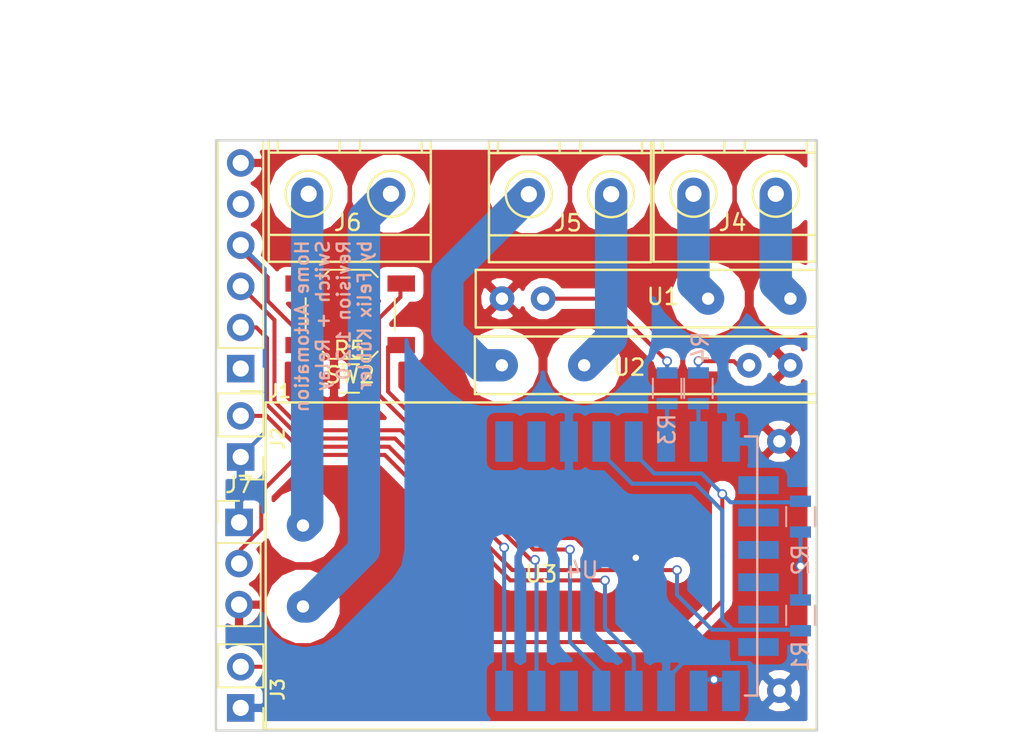
<source format=kicad_pcb>
(kicad_pcb (version 4) (host pcbnew 4.0.6)

  (general
    (links 38)
    (no_connects 2)
    (area 112.54681 90.01 180.951 138.265)
    (thickness 1.6)
    (drawings 8)
    (tracks 136)
    (zones 0)
    (modules 17)
    (nets 30)
  )

  (page A4)
  (title_block
    (title "Light Switch")
    (date 2018-09-20)
    (rev 1.2.0)
    (company "Felix Kübler")
  )

  (layers
    (0 F.Cu signal)
    (31 B.Cu signal)
    (32 B.Adhes user)
    (33 F.Adhes user)
    (34 B.Paste user)
    (35 F.Paste user)
    (36 B.SilkS user)
    (37 F.SilkS user)
    (38 B.Mask user)
    (39 F.Mask user)
    (40 Dwgs.User user)
    (41 Cmts.User user)
    (42 Eco1.User user)
    (43 Eco2.User user)
    (44 Edge.Cuts user)
    (45 Margin user)
    (46 B.CrtYd user)
    (47 F.CrtYd user)
    (48 B.Fab user)
    (49 F.Fab user)
  )

  (setup
    (last_trace_width 0.25)
    (trace_clearance 0.2)
    (zone_clearance 0.508)
    (zone_45_only no)
    (trace_min 0.2)
    (segment_width 0.2)
    (edge_width 0.15)
    (via_size 0.6)
    (via_drill 0.4)
    (via_min_size 0.4)
    (via_min_drill 0.3)
    (uvia_size 0.3)
    (uvia_drill 0.1)
    (uvias_allowed no)
    (uvia_min_size 0.2)
    (uvia_min_drill 0.1)
    (pcb_text_width 0.3)
    (pcb_text_size 1.5 1.5)
    (mod_edge_width 0.15)
    (mod_text_size 1 1)
    (mod_text_width 0.15)
    (pad_size 1.524 1.524)
    (pad_drill 0.762)
    (pad_to_mask_clearance 0.2)
    (aux_axis_origin 0 0)
    (visible_elements 7FFEFFFF)
    (pcbplotparams
      (layerselection 0x010f0_80000001)
      (usegerberextensions false)
      (excludeedgelayer true)
      (linewidth 0.100000)
      (plotframeref false)
      (viasonmask false)
      (mode 1)
      (useauxorigin false)
      (hpglpennumber 1)
      (hpglpenspeed 20)
      (hpglpendiameter 15)
      (hpglpenoverlay 2)
      (psnegative false)
      (psa4output false)
      (plotreference true)
      (plotvalue true)
      (plotinvisibletext false)
      (padsonsilk false)
      (subtractmaskfromsilk false)
      (outputformat 1)
      (mirror false)
      (drillshape 0)
      (scaleselection 1)
      (outputdirectory ../Gerber/))
  )

  (net 0 "")
  (net 1 GND)
  (net 2 +3V3)
  (net 3 "Net-(J1-Pad1)")
  (net 4 TX)
  (net 5 RX)
  (net 6 "Net-(J1-Pad5)")
  (net 7 INPUT_1)
  (net 8 INPUT_2)
  (net 9 "Net-(J4-Pad2)")
  (net 10 "Net-(J4-Pad1)")
  (net 11 "Net-(J5-Pad2)")
  (net 12 "Net-(J5-Pad1)")
  (net 13 "Net-(J6-Pad2)")
  (net 14 "Net-(J6-Pad1)")
  (net 15 OUTPUT_1)
  (net 16 OUTPUT_2)
  (net 17 MODE)
  (net 18 "Net-(U4-Pad1)")
  (net 19 "Net-(U4-Pad2)")
  (net 20 "Net-(U4-Pad14)")
  (net 21 "Net-(U4-Pad17)")
  (net 22 "Net-(U4-Pad18)")
  (net 23 "Net-(U4-Pad19)")
  (net 24 "Net-(U4-Pad20)")
  (net 25 "Net-(U4-Pad21)")
  (net 26 "Net-(U4-Pad22)")
  (net 27 "Net-(R3-Pad1)")
  (net 28 "Net-(R4-Pad1)")
  (net 29 reset)

  (net_class Default "Dies ist die voreingestellte Netzklasse."
    (clearance 0.2)
    (trace_width 0.25)
    (via_dia 0.6)
    (via_drill 0.4)
    (uvia_dia 0.3)
    (uvia_drill 0.1)
    (add_net "Net-(R3-Pad1)")
    (add_net "Net-(R4-Pad1)")
    (add_net reset)
  )

  (net_class AC ""
    (clearance 1.5)
    (trace_width 2)
    (via_dia 1.6)
    (via_drill 1.2)
    (uvia_dia 0.3)
    (uvia_drill 0.1)
    (add_net "Net-(J4-Pad1)")
    (add_net "Net-(J4-Pad2)")
    (add_net "Net-(J5-Pad1)")
    (add_net "Net-(J5-Pad2)")
    (add_net "Net-(J6-Pad1)")
    (add_net "Net-(J6-Pad2)")
  )

  (net_class DC ""
    (clearance 0.2)
    (trace_width 0.25)
    (via_dia 0.6)
    (via_drill 0.4)
    (uvia_dia 0.3)
    (uvia_drill 0.1)
    (add_net +3V3)
    (add_net GND)
    (add_net INPUT_1)
    (add_net INPUT_2)
    (add_net MODE)
    (add_net "Net-(J1-Pad1)")
    (add_net "Net-(J1-Pad5)")
    (add_net "Net-(U4-Pad1)")
    (add_net "Net-(U4-Pad14)")
    (add_net "Net-(U4-Pad17)")
    (add_net "Net-(U4-Pad18)")
    (add_net "Net-(U4-Pad19)")
    (add_net "Net-(U4-Pad2)")
    (add_net "Net-(U4-Pad20)")
    (add_net "Net-(U4-Pad21)")
    (add_net "Net-(U4-Pad22)")
    (add_net OUTPUT_1)
    (add_net OUTPUT_2)
    (add_net RX)
    (add_net TX)
  )

  (module ESP8266:ESP-12E_SMD (layer B.Cu) (tedit 592D815C) (tstamp 592C0CF0)
    (at 145.034 117.475 270)
    (descr "Module, ESP-8266, ESP-12, 16 pad, SMD")
    (tags "Module ESP-8266 ESP8266")
    (path /592BD8DB)
    (fp_text reference U4 (at 7.239 -4.826 540) (layer B.SilkS)
      (effects (font (size 1 1) (thickness 0.15)) (justify mirror))
    )
    (fp_text value ESP-12E (at 18.415 -10.922 540) (layer B.Fab) hide
      (effects (font (size 1 1) (thickness 0.15)) (justify mirror))
    )
    (fp_line (start -2.25 0.5) (end -2.25 8.75) (layer B.CrtYd) (width 0.05))
    (fp_line (start -2.25 8.75) (end 15.25 8.75) (layer B.CrtYd) (width 0.05))
    (fp_line (start 15.25 8.75) (end 16.25 8.75) (layer B.CrtYd) (width 0.05))
    (fp_line (start 16.25 8.75) (end 16.25 -16) (layer B.CrtYd) (width 0.05))
    (fp_line (start 16.25 -16) (end -2.25 -16) (layer B.CrtYd) (width 0.05))
    (fp_line (start -2.25 -16) (end -2.25 0.5) (layer B.CrtYd) (width 0.05))
    (fp_line (start -1.016 8.382) (end 14.986 8.382) (layer B.CrtYd) (width 0.1524))
    (fp_line (start 14.986 8.382) (end 14.986 0.889) (layer B.CrtYd) (width 0.1524))
    (fp_line (start -1.016 8.382) (end -1.016 1.016) (layer B.CrtYd) (width 0.1524))
    (fp_line (start -1.016 -14.859) (end -1.016 -15.621) (layer B.SilkS) (width 0.1524))
    (fp_line (start -1.016 -15.621) (end 14.986 -15.621) (layer B.SilkS) (width 0.1524))
    (fp_line (start 14.986 -15.621) (end 14.986 -14.859) (layer B.SilkS) (width 0.1524))
    (fp_line (start 14.992 8.4) (end -1.008 2.6) (layer B.CrtYd) (width 0.1524))
    (fp_line (start -1.008 8.4) (end 14.992 2.6) (layer B.CrtYd) (width 0.1524))
    (fp_text user "No Copper" (at 6.892 5.4 270) (layer B.CrtYd)
      (effects (font (size 1 1) (thickness 0.15)) (justify mirror))
    )
    (fp_line (start -1.008 2.6) (end 14.992 2.6) (layer B.CrtYd) (width 0.1524))
    (fp_line (start 15 8.4) (end 15 -15.6) (layer B.Fab) (width 0.05))
    (fp_line (start 14.992 -15.6) (end -1.008 -15.6) (layer B.Fab) (width 0.05))
    (fp_line (start -1.008 -15.6) (end -1.008 8.4) (layer B.Fab) (width 0.05))
    (fp_line (start -1.008 8.4) (end 14.992 8.4) (layer B.Fab) (width 0.05))
    (pad 1 smd rect (at 0 0 270) (size 2.5 1.1) (drill (offset -0.7 0)) (layers B.Cu B.Paste B.Mask)
      (net 18 "Net-(U4-Pad1)"))
    (pad 2 smd rect (at 0 -2 270) (size 2.5 1.1) (drill (offset -0.7 0)) (layers B.Cu B.Paste B.Mask)
      (net 19 "Net-(U4-Pad2)"))
    (pad 3 smd rect (at 0 -4 270) (size 2.5 1.1) (drill (offset -0.7 0)) (layers B.Cu B.Paste B.Mask)
      (net 2 +3V3))
    (pad 4 smd rect (at 0 -6 270) (size 2.5 1.1) (drill (offset -0.7 0)) (layers B.Cu B.Paste B.Mask)
      (net 7 INPUT_1))
    (pad 5 smd rect (at 0 -8 270) (size 2.5 1.1) (drill (offset -0.7 0)) (layers B.Cu B.Paste B.Mask)
      (net 8 INPUT_2))
    (pad 6 smd rect (at 0 -10 270) (size 2.5 1.1) (drill (offset -0.7 0)) (layers B.Cu B.Paste B.Mask)
      (net 15 OUTPUT_1))
    (pad 7 smd rect (at 0 -12 270) (size 2.5 1.1) (drill (offset -0.7 0)) (layers B.Cu B.Paste B.Mask)
      (net 16 OUTPUT_2))
    (pad 8 smd rect (at 0 -14 270) (size 2.5 1.1) (drill (offset -0.7 0)) (layers B.Cu B.Paste B.Mask)
      (net 2 +3V3))
    (pad 9 smd rect (at 14 -14 270) (size 2.5 1.1) (drill (offset 0.7 0)) (layers B.Cu B.Paste B.Mask)
      (net 1 GND))
    (pad 10 smd rect (at 14 -12 270) (size 2.5 1.1) (drill (offset 0.7 0)) (layers B.Cu B.Paste B.Mask)
      (net 1 GND))
    (pad 11 smd rect (at 14 -10 270) (size 2.5 1.1) (drill (offset 0.7 0)) (layers B.Cu B.Paste B.Mask)
      (net 2 +3V3))
    (pad 12 smd rect (at 14 -8 270) (size 2.5 1.1) (drill (offset 0.7 0)) (layers B.Cu B.Paste B.Mask)
      (net 17 MODE))
    (pad 13 smd rect (at 14 -6 270) (size 2.5 1.1) (drill (offset 0.7 0)) (layers B.Cu B.Paste B.Mask)
      (net 29 reset))
    (pad 14 smd rect (at 14 -4 270) (size 2.5 1.1) (drill (offset 0.7 0)) (layers B.Cu B.Paste B.Mask)
      (net 20 "Net-(U4-Pad14)"))
    (pad 15 smd rect (at 14 -2 270) (size 2.5 1.1) (drill (offset 0.7 0)) (layers B.Cu B.Paste B.Mask)
      (net 5 RX))
    (pad 16 smd rect (at 14 0 270) (size 2.5 1.1) (drill (offset 0.7 0)) (layers B.Cu B.Paste B.Mask)
      (net 4 TX))
    (pad 17 smd rect (at 1.99 -15 180) (size 2.5 1.1) (drill (offset -0.7 0)) (layers B.Cu B.Paste B.Mask)
      (net 21 "Net-(U4-Pad17)"))
    (pad 18 smd rect (at 3.99 -15 180) (size 2.5 1.1) (drill (offset -0.7 0)) (layers B.Cu B.Paste B.Mask)
      (net 22 "Net-(U4-Pad18)"))
    (pad 19 smd rect (at 5.99 -15 180) (size 2.5 1.1) (drill (offset -0.7 0)) (layers B.Cu B.Paste B.Mask)
      (net 23 "Net-(U4-Pad19)"))
    (pad 20 smd rect (at 7.99 -15 180) (size 2.5 1.1) (drill (offset -0.7 0)) (layers B.Cu B.Paste B.Mask)
      (net 24 "Net-(U4-Pad20)"))
    (pad 21 smd rect (at 9.99 -15 180) (size 2.5 1.1) (drill (offset -0.7 0)) (layers B.Cu B.Paste B.Mask)
      (net 25 "Net-(U4-Pad21)"))
    (pad 22 smd rect (at 11.99 -15 180) (size 2.5 1.1) (drill (offset -0.7 0)) (layers B.Cu B.Paste B.Mask)
      (net 26 "Net-(U4-Pad22)"))
    (model ${KIPRJMOD}/Libraries/3DParts/ESP8266.3dshapes/ESP-12E.wrl
      (at (xyz 0 0 0))
      (scale (xyz 0.3937 0.3937 0.3937))
      (rotate (xyz 0 0 0))
    )
  )

  (module Pin_Headers:Pin_Header_Straight_1x02_Pitch2.54mm (layer F.Cu) (tedit 5943F0AE) (tstamp 592C0C85)
    (at 128.778 117.729 180)
    (descr "Through hole straight pin header, 1x02, 2.54mm pitch, single row")
    (tags "Through hole pin header THT 1x02 2.54mm single row")
    (path /592C0893)
    (fp_text reference J2 (at -2.286 1.143 270) (layer F.SilkS)
      (effects (font (size 0.8 0.8) (thickness 0.15)))
    )
    (fp_text value "MPE 087-1-002" (at 8.128 1.397 360) (layer F.Fab)
      (effects (font (size 1 1) (thickness 0.15)))
    )
    (fp_line (start -1.27 -1.27) (end -1.27 3.81) (layer F.Fab) (width 0.1))
    (fp_line (start -1.27 3.81) (end 1.27 3.81) (layer F.Fab) (width 0.1))
    (fp_line (start 1.27 3.81) (end 1.27 -1.27) (layer F.Fab) (width 0.1))
    (fp_line (start 1.27 -1.27) (end -1.27 -1.27) (layer F.Fab) (width 0.1))
    (fp_line (start -1.39 1.27) (end -1.39 3.93) (layer F.SilkS) (width 0.12))
    (fp_line (start -1.39 3.93) (end 1.39 3.93) (layer F.SilkS) (width 0.12))
    (fp_line (start 1.39 3.93) (end 1.39 1.27) (layer F.SilkS) (width 0.12))
    (fp_line (start 1.39 1.27) (end -1.39 1.27) (layer F.SilkS) (width 0.12))
    (fp_line (start -1.39 0) (end -1.39 -1.39) (layer F.SilkS) (width 0.12))
    (fp_line (start -1.39 -1.39) (end 0 -1.39) (layer F.SilkS) (width 0.12))
    (fp_line (start -1.6 -1.6) (end -1.6 4.1) (layer F.CrtYd) (width 0.05))
    (fp_line (start -1.6 4.1) (end 1.6 4.1) (layer F.CrtYd) (width 0.05))
    (fp_line (start 1.6 4.1) (end 1.6 -1.6) (layer F.CrtYd) (width 0.05))
    (fp_line (start 1.6 -1.6) (end -1.6 -1.6) (layer F.CrtYd) (width 0.05))
    (pad 1 thru_hole rect (at 0 0 180) (size 1.7 1.7) (drill 1) (layers *.Cu *.Mask)
      (net 2 +3V3))
    (pad 2 thru_hole oval (at 0 2.54 180) (size 1.7 1.7) (drill 1) (layers *.Cu *.Mask)
      (net 7 INPUT_1))
    (model ${KISYS3DMOD}/Pin_Headers.3dshapes/Pin_Header_Straight_1x02_Pitch2.54mm.wrl
      (at (xyz 0 0 0))
      (scale (xyz 1 1 1))
      (rotate (xyz 0 0 0))
    )
  )

  (module Pin_Headers:Pin_Header_Straight_1x02_Pitch2.54mm (layer F.Cu) (tedit 5943F0E9) (tstamp 592C0C8B)
    (at 128.778 133.223 180)
    (descr "Through hole straight pin header, 1x02, 2.54mm pitch, single row")
    (tags "Through hole pin header THT 1x02 2.54mm single row")
    (path /592BD89E)
    (fp_text reference J3 (at -2.286 1.143 270) (layer F.SilkS)
      (effects (font (size 0.8 0.8) (thickness 0.15)))
    )
    (fp_text value "MPE 087-1-002" (at 8.255 1.27 180) (layer F.Fab)
      (effects (font (size 1 1) (thickness 0.15)))
    )
    (fp_line (start -1.27 -1.27) (end -1.27 3.81) (layer F.Fab) (width 0.1))
    (fp_line (start -1.27 3.81) (end 1.27 3.81) (layer F.Fab) (width 0.1))
    (fp_line (start 1.27 3.81) (end 1.27 -1.27) (layer F.Fab) (width 0.1))
    (fp_line (start 1.27 -1.27) (end -1.27 -1.27) (layer F.Fab) (width 0.1))
    (fp_line (start -1.39 1.27) (end -1.39 3.93) (layer F.SilkS) (width 0.12))
    (fp_line (start -1.39 3.93) (end 1.39 3.93) (layer F.SilkS) (width 0.12))
    (fp_line (start 1.39 3.93) (end 1.39 1.27) (layer F.SilkS) (width 0.12))
    (fp_line (start 1.39 1.27) (end -1.39 1.27) (layer F.SilkS) (width 0.12))
    (fp_line (start -1.39 0) (end -1.39 -1.39) (layer F.SilkS) (width 0.12))
    (fp_line (start -1.39 -1.39) (end 0 -1.39) (layer F.SilkS) (width 0.12))
    (fp_line (start -1.6 -1.6) (end -1.6 4.1) (layer F.CrtYd) (width 0.05))
    (fp_line (start -1.6 4.1) (end 1.6 4.1) (layer F.CrtYd) (width 0.05))
    (fp_line (start 1.6 4.1) (end 1.6 -1.6) (layer F.CrtYd) (width 0.05))
    (fp_line (start 1.6 -1.6) (end -1.6 -1.6) (layer F.CrtYd) (width 0.05))
    (pad 1 thru_hole rect (at 0 0 180) (size 1.7 1.7) (drill 1) (layers *.Cu *.Mask)
      (net 2 +3V3))
    (pad 2 thru_hole oval (at 0 2.54 180) (size 1.7 1.7) (drill 1) (layers *.Cu *.Mask)
      (net 8 INPUT_2))
    (model ${KISYS3DMOD}/Pin_Headers.3dshapes/Pin_Header_Straight_1x02_Pitch2.54mm.wrl
      (at (xyz 0 0 0))
      (scale (xyz 1 1 1))
      (rotate (xyz 0 0 0))
    )
  )

  (module Pin_Headers:Pin_Header_Straight_1x06_Pitch2.54mm (layer F.Cu) (tedit 5943F099) (tstamp 592C0C7F)
    (at 128.778 112.268 180)
    (descr "Through hole straight pin header, 1x06, 2.54mm pitch, single row")
    (tags "Through hole pin header THT 1x06 2.54mm single row")
    (path /592BDEB8)
    (fp_text reference J1 (at -2.413 -1.397 180) (layer F.SilkS)
      (effects (font (size 0.8 0.8) (thickness 0.15)))
    )
    (fp_text value "MPE 094-1-006" (at 8.128 4.699 360) (layer F.Fab)
      (effects (font (size 1 1) (thickness 0.15)))
    )
    (fp_line (start -1.27 -1.27) (end -1.27 13.97) (layer F.Fab) (width 0.1))
    (fp_line (start -1.27 13.97) (end 1.27 13.97) (layer F.Fab) (width 0.1))
    (fp_line (start 1.27 13.97) (end 1.27 -1.27) (layer F.Fab) (width 0.1))
    (fp_line (start 1.27 -1.27) (end -1.27 -1.27) (layer F.Fab) (width 0.1))
    (fp_line (start -1.39 1.27) (end -1.39 14.09) (layer F.SilkS) (width 0.12))
    (fp_line (start -1.39 14.09) (end 1.39 14.09) (layer F.SilkS) (width 0.12))
    (fp_line (start 1.39 14.09) (end 1.39 1.27) (layer F.SilkS) (width 0.12))
    (fp_line (start 1.39 1.27) (end -1.39 1.27) (layer F.SilkS) (width 0.12))
    (fp_line (start -1.39 0) (end -1.39 -1.39) (layer F.SilkS) (width 0.12))
    (fp_line (start -1.39 -1.39) (end 0 -1.39) (layer F.SilkS) (width 0.12))
    (fp_line (start -1.6 -1.6) (end -1.6 14.3) (layer F.CrtYd) (width 0.05))
    (fp_line (start -1.6 14.3) (end 1.6 14.3) (layer F.CrtYd) (width 0.05))
    (fp_line (start 1.6 14.3) (end 1.6 -1.6) (layer F.CrtYd) (width 0.05))
    (fp_line (start 1.6 -1.6) (end -1.6 -1.6) (layer F.CrtYd) (width 0.05))
    (pad 1 thru_hole rect (at 0 0 180) (size 1.7 1.7) (drill 1) (layers *.Cu *.Mask)
      (net 3 "Net-(J1-Pad1)"))
    (pad 2 thru_hole oval (at 0 2.54 180) (size 1.7 1.7) (drill 1) (layers *.Cu *.Mask)
      (net 4 TX))
    (pad 3 thru_hole oval (at 0 5.08 180) (size 1.7 1.7) (drill 1) (layers *.Cu *.Mask)
      (net 5 RX))
    (pad 4 thru_hole oval (at 0 7.62 180) (size 1.7 1.7) (drill 1) (layers *.Cu *.Mask)
      (net 2 +3V3))
    (pad 5 thru_hole oval (at 0 10.16 180) (size 1.7 1.7) (drill 1) (layers *.Cu *.Mask)
      (net 6 "Net-(J1-Pad5)"))
    (pad 6 thru_hole oval (at 0 12.7 180) (size 1.7 1.7) (drill 1) (layers *.Cu *.Mask)
      (net 1 GND))
    (model ${KISYS3DMOD}/Socket_Strips.3dshapes/Socket_Strip_Straight_1x06_Pitch2.54mm.wrl
      (at (xyz 0 -0.25 0))
      (scale (xyz 1 1 1))
      (rotate (xyz 0 0 90))
    )
  )

  (module Resistors_SMD:R_0805 (layer B.Cu) (tedit 596B4BB5) (tstamp 595F965C)
    (at 163.322 127.508 90)
    (descr "Resistor SMD 0805, reflow soldering, Vishay (see dcrcw.pdf)")
    (tags "resistor 0805")
    (path /592C0899)
    (attr smd)
    (fp_text reference R1 (at -2.54 0 90) (layer B.SilkS)
      (effects (font (size 1 1) (thickness 0.15)) (justify mirror))
    )
    (fp_text value "RND 0805 1 10K" (at 0 -1.75 90) (layer B.Fab)
      (effects (font (size 1 1) (thickness 0.15)) (justify mirror))
    )
    (fp_text user %R (at -2.54 0 90) (layer B.Fab)
      (effects (font (size 1 1) (thickness 0.15)) (justify mirror))
    )
    (fp_line (start -1 -0.62) (end -1 0.62) (layer B.Fab) (width 0.1))
    (fp_line (start 1 -0.62) (end -1 -0.62) (layer B.Fab) (width 0.1))
    (fp_line (start 1 0.62) (end 1 -0.62) (layer B.Fab) (width 0.1))
    (fp_line (start -1 0.62) (end 1 0.62) (layer B.Fab) (width 0.1))
    (fp_line (start 0.6 -0.88) (end -0.6 -0.88) (layer B.SilkS) (width 0.12))
    (fp_line (start -0.6 0.88) (end 0.6 0.88) (layer B.SilkS) (width 0.12))
    (fp_line (start -1.55 0.9) (end 1.55 0.9) (layer B.CrtYd) (width 0.05))
    (fp_line (start -1.55 0.9) (end -1.55 -0.9) (layer B.CrtYd) (width 0.05))
    (fp_line (start 1.55 -0.9) (end 1.55 0.9) (layer B.CrtYd) (width 0.05))
    (fp_line (start 1.55 -0.9) (end -1.55 -0.9) (layer B.CrtYd) (width 0.05))
    (pad 1 smd rect (at -0.95 0 90) (size 0.7 1.3) (layers B.Cu B.Paste B.Mask)
      (net 7 INPUT_1))
    (pad 2 smd rect (at 0.95 0 90) (size 0.7 1.3) (layers B.Cu B.Paste B.Mask)
      (net 1 GND))
    (model Resistors_SMD.3dshapes/R_0805.wrl
      (at (xyz 0 0 0))
      (scale (xyz 1 1 1))
      (rotate (xyz 0 0 0))
    )
  )

  (module Resistors_SMD:R_0805 (layer B.Cu) (tedit 599ED2FC) (tstamp 595F9662)
    (at 163.322 121.412 270)
    (descr "Resistor SMD 0805, reflow soldering, Vishay (see dcrcw.pdf)")
    (tags "resistor 0805")
    (path /592BDBEB)
    (attr smd)
    (fp_text reference R2 (at 2.667 0 270) (layer B.SilkS)
      (effects (font (size 1 1) (thickness 0.15)) (justify mirror))
    )
    (fp_text value "RND 0805 1 10K" (at 3.556 -3.302 270) (layer B.Fab)
      (effects (font (size 1 1) (thickness 0.15)) (justify mirror))
    )
    (fp_text user %R (at 2.667 0 270) (layer B.Fab)
      (effects (font (size 1 1) (thickness 0.15)) (justify mirror))
    )
    (fp_line (start -1 -0.62) (end -1 0.62) (layer B.Fab) (width 0.1))
    (fp_line (start 1 -0.62) (end -1 -0.62) (layer B.Fab) (width 0.1))
    (fp_line (start 1 0.62) (end 1 -0.62) (layer B.Fab) (width 0.1))
    (fp_line (start -1 0.62) (end 1 0.62) (layer B.Fab) (width 0.1))
    (fp_line (start 0.6 -0.88) (end -0.6 -0.88) (layer B.SilkS) (width 0.12))
    (fp_line (start -0.6 0.88) (end 0.6 0.88) (layer B.SilkS) (width 0.12))
    (fp_line (start -1.55 0.9) (end 1.55 0.9) (layer B.CrtYd) (width 0.05))
    (fp_line (start -1.55 0.9) (end -1.55 -0.9) (layer B.CrtYd) (width 0.05))
    (fp_line (start 1.55 -0.9) (end 1.55 0.9) (layer B.CrtYd) (width 0.05))
    (fp_line (start 1.55 -0.9) (end -1.55 -0.9) (layer B.CrtYd) (width 0.05))
    (pad 1 smd rect (at -0.95 0 270) (size 0.7 1.3) (layers B.Cu B.Paste B.Mask)
      (net 8 INPUT_2))
    (pad 2 smd rect (at 0.95 0 270) (size 0.7 1.3) (layers B.Cu B.Paste B.Mask)
      (net 1 GND))
    (model Resistors_SMD.3dshapes/R_0805.wrl
      (at (xyz 0 0 0))
      (scale (xyz 1 1 1))
      (rotate (xyz 0 0 0))
    )
  )

  (module Resistors_SMD:R_0805 (layer B.Cu) (tedit 596B5055) (tstamp 595F9CF8)
    (at 155.0924 113.4872 270)
    (descr "Resistor SMD 0805, reflow soldering, Vishay (see dcrcw.pdf)")
    (tags "resistor 0805")
    (path /595FA2C4)
    (attr smd)
    (fp_text reference R3 (at 2.54 0 270) (layer B.SilkS)
      (effects (font (size 1 1) (thickness 0.15)) (justify mirror))
    )
    (fp_text value "RND 0805 1 220" (at 0 -1.75 270) (layer B.Fab)
      (effects (font (size 1 1) (thickness 0.15)) (justify mirror))
    )
    (fp_text user %R (at 2.54 0 270) (layer B.Fab)
      (effects (font (size 1 1) (thickness 0.15)) (justify mirror))
    )
    (fp_line (start -1 -0.62) (end -1 0.62) (layer B.Fab) (width 0.1))
    (fp_line (start 1 -0.62) (end -1 -0.62) (layer B.Fab) (width 0.1))
    (fp_line (start 1 0.62) (end 1 -0.62) (layer B.Fab) (width 0.1))
    (fp_line (start -1 0.62) (end 1 0.62) (layer B.Fab) (width 0.1))
    (fp_line (start 0.6 -0.88) (end -0.6 -0.88) (layer B.SilkS) (width 0.12))
    (fp_line (start -0.6 0.88) (end 0.6 0.88) (layer B.SilkS) (width 0.12))
    (fp_line (start -1.55 0.9) (end 1.55 0.9) (layer B.CrtYd) (width 0.05))
    (fp_line (start -1.55 0.9) (end -1.55 -0.9) (layer B.CrtYd) (width 0.05))
    (fp_line (start 1.55 -0.9) (end 1.55 0.9) (layer B.CrtYd) (width 0.05))
    (fp_line (start 1.55 -0.9) (end -1.55 -0.9) (layer B.CrtYd) (width 0.05))
    (pad 1 smd rect (at -0.95 0 270) (size 0.7 1.3) (layers B.Cu B.Paste B.Mask)
      (net 27 "Net-(R3-Pad1)"))
    (pad 2 smd rect (at 0.95 0 270) (size 0.7 1.3) (layers B.Cu B.Paste B.Mask)
      (net 15 OUTPUT_1))
    (model Resistors_SMD.3dshapes/R_0805.wrl
      (at (xyz 0 0 0))
      (scale (xyz 1 1 1))
      (rotate (xyz 0 0 0))
    )
  )

  (module Resistors_SMD:R_0805 (layer B.Cu) (tedit 596B504B) (tstamp 595F9CFE)
    (at 157.0228 113.4872 270)
    (descr "Resistor SMD 0805, reflow soldering, Vishay (see dcrcw.pdf)")
    (tags "resistor 0805")
    (path /595F9F36)
    (attr smd)
    (fp_text reference R4 (at -2.54 -0.127 270) (layer B.SilkS)
      (effects (font (size 1 1) (thickness 0.15)) (justify mirror))
    )
    (fp_text value "RND 0805 1 220" (at 0 -1.75 270) (layer B.Fab)
      (effects (font (size 1 1) (thickness 0.15)) (justify mirror))
    )
    (fp_text user %R (at -2.54 -0.127 270) (layer B.Fab)
      (effects (font (size 1 1) (thickness 0.15)) (justify mirror))
    )
    (fp_line (start -1 -0.62) (end -1 0.62) (layer B.Fab) (width 0.1))
    (fp_line (start 1 -0.62) (end -1 -0.62) (layer B.Fab) (width 0.1))
    (fp_line (start 1 0.62) (end 1 -0.62) (layer B.Fab) (width 0.1))
    (fp_line (start -1 0.62) (end 1 0.62) (layer B.Fab) (width 0.1))
    (fp_line (start 0.6 -0.88) (end -0.6 -0.88) (layer B.SilkS) (width 0.12))
    (fp_line (start -0.6 0.88) (end 0.6 0.88) (layer B.SilkS) (width 0.12))
    (fp_line (start -1.55 0.9) (end 1.55 0.9) (layer B.CrtYd) (width 0.05))
    (fp_line (start -1.55 0.9) (end -1.55 -0.9) (layer B.CrtYd) (width 0.05))
    (fp_line (start 1.55 -0.9) (end 1.55 0.9) (layer B.CrtYd) (width 0.05))
    (fp_line (start 1.55 -0.9) (end -1.55 -0.9) (layer B.CrtYd) (width 0.05))
    (pad 1 smd rect (at -0.95 0 270) (size 0.7 1.3) (layers B.Cu B.Paste B.Mask)
      (net 28 "Net-(R4-Pad1)"))
    (pad 2 smd rect (at 0.95 0 270) (size 0.7 1.3) (layers B.Cu B.Paste B.Mask)
      (net 16 OUTPUT_2))
    (model Resistors_SMD.3dshapes/R_0805.wrl
      (at (xyz 0 0 0))
      (scale (xyz 1 1 1))
      (rotate (xyz 0 0 0))
    )
  )

  (module Resistors_SMD:R_0805 (layer F.Cu) (tedit 599EEAC4) (tstamp 599EC453)
    (at 135.4836 112.8776)
    (descr "Resistor SMD 0805, reflow soldering, Vishay (see dcrcw.pdf)")
    (tags "resistor 0805")
    (path /599EC273)
    (attr smd)
    (fp_text reference R5 (at 0 -1.778 180) (layer F.SilkS)
      (effects (font (size 1 1) (thickness 0.15)))
    )
    (fp_text value "RND 0805 1 10K" (at 0 1.75) (layer F.Fab)
      (effects (font (size 1 1) (thickness 0.15)))
    )
    (fp_text user %R (at 0 -1.778 180) (layer F.Fab)
      (effects (font (size 1 1) (thickness 0.15)))
    )
    (fp_line (start -1 0.62) (end -1 -0.62) (layer F.Fab) (width 0.1))
    (fp_line (start 1 0.62) (end -1 0.62) (layer F.Fab) (width 0.1))
    (fp_line (start 1 -0.62) (end 1 0.62) (layer F.Fab) (width 0.1))
    (fp_line (start -1 -0.62) (end 1 -0.62) (layer F.Fab) (width 0.1))
    (fp_line (start 0.6 0.88) (end -0.6 0.88) (layer F.SilkS) (width 0.12))
    (fp_line (start -0.6 -0.88) (end 0.6 -0.88) (layer F.SilkS) (width 0.12))
    (fp_line (start -1.55 -0.9) (end 1.55 -0.9) (layer F.CrtYd) (width 0.05))
    (fp_line (start -1.55 -0.9) (end -1.55 0.9) (layer F.CrtYd) (width 0.05))
    (fp_line (start 1.55 0.9) (end 1.55 -0.9) (layer F.CrtYd) (width 0.05))
    (fp_line (start 1.55 0.9) (end -1.55 0.9) (layer F.CrtYd) (width 0.05))
    (pad 1 smd rect (at -0.95 0) (size 0.7 1.3) (layers F.Cu F.Paste F.Mask)
      (net 1 GND))
    (pad 2 smd rect (at 0.95 0) (size 0.7 1.3) (layers F.Cu F.Paste F.Mask)
      (net 29 reset))
    (model Resistors_SMD.3dshapes/R_0805.wrl
      (at (xyz 0 0 0))
      (scale (xyz 1 1 1))
      (rotate (xyz 0 0 0))
    )
  )

  (module Pin_Headers:Pin_Header_Straight_1x03_Pitch2.54mm (layer F.Cu) (tedit 59650532) (tstamp 5A7F472D)
    (at 128.6764 121.7676)
    (descr "Through hole straight pin header, 1x03, 2.54mm pitch, single row")
    (tags "Through hole pin header THT 1x03 2.54mm single row")
    (path /5A7F4921)
    (fp_text reference J7 (at 0 -2.33) (layer F.SilkS)
      (effects (font (size 1 1) (thickness 0.15)))
    )
    (fp_text value "MPE 087-1-003" (at 0 7.41) (layer F.Fab)
      (effects (font (size 1 1) (thickness 0.15)))
    )
    (fp_line (start -0.635 -1.27) (end 1.27 -1.27) (layer F.Fab) (width 0.1))
    (fp_line (start 1.27 -1.27) (end 1.27 6.35) (layer F.Fab) (width 0.1))
    (fp_line (start 1.27 6.35) (end -1.27 6.35) (layer F.Fab) (width 0.1))
    (fp_line (start -1.27 6.35) (end -1.27 -0.635) (layer F.Fab) (width 0.1))
    (fp_line (start -1.27 -0.635) (end -0.635 -1.27) (layer F.Fab) (width 0.1))
    (fp_line (start -1.33 6.41) (end 1.33 6.41) (layer F.SilkS) (width 0.12))
    (fp_line (start -1.33 1.27) (end -1.33 6.41) (layer F.SilkS) (width 0.12))
    (fp_line (start 1.33 1.27) (end 1.33 6.41) (layer F.SilkS) (width 0.12))
    (fp_line (start -1.33 1.27) (end 1.33 1.27) (layer F.SilkS) (width 0.12))
    (fp_line (start -1.33 0) (end -1.33 -1.33) (layer F.SilkS) (width 0.12))
    (fp_line (start -1.33 -1.33) (end 0 -1.33) (layer F.SilkS) (width 0.12))
    (fp_line (start -1.8 -1.8) (end -1.8 6.85) (layer F.CrtYd) (width 0.05))
    (fp_line (start -1.8 6.85) (end 1.8 6.85) (layer F.CrtYd) (width 0.05))
    (fp_line (start 1.8 6.85) (end 1.8 -1.8) (layer F.CrtYd) (width 0.05))
    (fp_line (start 1.8 -1.8) (end -1.8 -1.8) (layer F.CrtYd) (width 0.05))
    (fp_text user %R (at 0 2.54 90) (layer F.Fab)
      (effects (font (size 1 1) (thickness 0.15)))
    )
    (pad 1 thru_hole rect (at 0 0) (size 1.7 1.7) (drill 1) (layers *.Cu *.Mask)
      (net 2 +3V3))
    (pad 2 thru_hole oval (at 0 2.54) (size 1.7 1.7) (drill 1) (layers *.Cu *.Mask)
      (net 17 MODE))
    (pad 3 thru_hole oval (at 0 5.08) (size 1.7 1.7) (drill 1) (layers *.Cu *.Mask)
      (net 1 GND))
    (model ${KISYS3DMOD}/Pin_Headers.3dshapes/Pin_Header_Straight_1x03_Pitch2.54mm.wrl
      (at (xyz 0 0 0))
      (scale (xyz 1 1 1))
      (rotate (xyz 0 0 0))
    )
  )

  (module SSR:CPC1966Y (layer F.Cu) (tedit 599EE8FC) (tstamp 5944046D)
    (at 153.8224 107.95 180)
    (path /595FA2BD)
    (fp_text reference U1 (at -1.016 0.127 180) (layer F.SilkS)
      (effects (font (size 1 1) (thickness 0.15)))
    )
    (fp_text value "IXYS CPC1966Y" (at 1.27 -0.635 180) (layer F.Fab)
      (effects (font (size 1 1) (thickness 0.15)))
    )
    (fp_line (start -10.541 -1.778) (end -10.541 1.778) (layer F.SilkS) (width 0.15))
    (fp_line (start -10.541 1.778) (end 10.541 1.778) (layer F.SilkS) (width 0.15))
    (fp_line (start 10.541 1.778) (end 10.541 -1.778) (layer F.SilkS) (width 0.15))
    (fp_line (start 10.541 -1.778) (end -10.541 -1.778) (layer F.SilkS) (width 0.15))
    (pad 1 thru_hole circle (at -8.88 0 180) (size 1.524 1.524) (drill 0.762) (layers *.Cu *.Mask)
      (net 10 "Net-(J4-Pad1)"))
    (pad 2 thru_hole circle (at -3.8 0 180) (size 1.524 1.524) (drill 0.762) (layers *.Cu *.Mask)
      (net 9 "Net-(J4-Pad2)"))
    (pad 3 thru_hole circle (at 6.38 0 180) (size 1.524 1.524) (drill 0.762) (layers *.Cu *.Mask)
      (net 27 "Net-(R3-Pad1)"))
    (pad 4 thru_hole circle (at 8.92 0 180) (size 1.524 1.524) (drill 0.762) (layers *.Cu *.Mask)
      (net 1 GND))
    (model ${KIPRJMOD}/Libraries/3DParts/CPC1966.3dshapes/CPC1966Y.wrl
      (at (xyz 0.415 -0.065 -0.18))
      (scale (xyz 0.393701 0.393701 0.393701))
      (rotate (xyz -90 0 180))
    )
  )

  (module SSR:CPC1966Y (layer F.Cu) (tedit 599EE8FC) (tstamp 59440474)
    (at 153.7716 112.0648)
    (path /592BFDC3)
    (fp_text reference U2 (at -1.016 0.127) (layer F.SilkS)
      (effects (font (size 1 1) (thickness 0.15)))
    )
    (fp_text value "IXYS CPC1966Y" (at 1.27 -0.635) (layer F.Fab)
      (effects (font (size 1 1) (thickness 0.15)))
    )
    (fp_line (start -10.541 -1.778) (end -10.541 1.778) (layer F.SilkS) (width 0.15))
    (fp_line (start -10.541 1.778) (end 10.541 1.778) (layer F.SilkS) (width 0.15))
    (fp_line (start 10.541 1.778) (end 10.541 -1.778) (layer F.SilkS) (width 0.15))
    (fp_line (start 10.541 -1.778) (end -10.541 -1.778) (layer F.SilkS) (width 0.15))
    (pad 1 thru_hole circle (at -8.88 0) (size 1.524 1.524) (drill 0.762) (layers *.Cu *.Mask)
      (net 11 "Net-(J5-Pad2)"))
    (pad 2 thru_hole circle (at -3.8 0) (size 1.524 1.524) (drill 0.762) (layers *.Cu *.Mask)
      (net 12 "Net-(J5-Pad1)"))
    (pad 3 thru_hole circle (at 6.38 0) (size 1.524 1.524) (drill 0.762) (layers *.Cu *.Mask)
      (net 28 "Net-(R4-Pad1)"))
    (pad 4 thru_hole circle (at 8.92 0) (size 1.524 1.524) (drill 0.762) (layers *.Cu *.Mask)
      (net 1 GND))
    (model ${KIPRJMOD}/Libraries/3DParts/CPC1966.3dshapes/CPC1966Y.wrl
      (at (xyz 0.415 -0.065 -0.18))
      (scale (xyz 0.393701 0.393701 0.393701))
      (rotate (xyz -90 0 180))
    )
  )

  (module Buttons_Switches_SMD:SW_SPST_TL3342 (layer F.Cu) (tedit 58724C2D) (tstamp 5AC976F1)
    (at 135.5344 108.9152 180)
    (descr "Low-profile SMD Tactile Switch, https://www.e-switch.com/system/asset/product_line/data_sheet/165/TL3342.pdf")
    (tags "SPST Tactile Switch")
    (path /599EBC5A)
    (attr smd)
    (fp_text reference SW2 (at 0 -3.75 180) (layer F.SilkS)
      (effects (font (size 1 1) (thickness 0.15)))
    )
    (fp_text value "SMD 4x4mm Button" (at 0 3.75 180) (layer F.Fab)
      (effects (font (size 1 1) (thickness 0.15)))
    )
    (fp_text user %R (at 0 -3.75 180) (layer F.Fab)
      (effects (font (size 1 1) (thickness 0.15)))
    )
    (fp_line (start 3.2 2.1) (end 3.2 1.6) (layer F.Fab) (width 0.1))
    (fp_line (start 3.2 -2.1) (end 3.2 -1.6) (layer F.Fab) (width 0.1))
    (fp_line (start -3.2 2.1) (end -3.2 1.6) (layer F.Fab) (width 0.1))
    (fp_line (start -3.2 -2.1) (end -3.2 -1.6) (layer F.Fab) (width 0.1))
    (fp_line (start 2.7 -2.1) (end 2.7 -1.6) (layer F.Fab) (width 0.1))
    (fp_line (start 1.7 -2.1) (end 3.2 -2.1) (layer F.Fab) (width 0.1))
    (fp_line (start 3.2 -1.6) (end 2.2 -1.6) (layer F.Fab) (width 0.1))
    (fp_line (start -2.7 -2.1) (end -2.7 -1.6) (layer F.Fab) (width 0.1))
    (fp_line (start -1.7 -2.1) (end -3.2 -2.1) (layer F.Fab) (width 0.1))
    (fp_line (start -3.2 -1.6) (end -2.2 -1.6) (layer F.Fab) (width 0.1))
    (fp_line (start -2.7 2.1) (end -2.7 1.6) (layer F.Fab) (width 0.1))
    (fp_line (start -3.2 1.6) (end -2.2 1.6) (layer F.Fab) (width 0.1))
    (fp_line (start -1.7 2.1) (end -3.2 2.1) (layer F.Fab) (width 0.1))
    (fp_line (start 1.7 2.1) (end 3.2 2.1) (layer F.Fab) (width 0.1))
    (fp_line (start 2.7 2.1) (end 2.7 1.6) (layer F.Fab) (width 0.1))
    (fp_line (start 3.2 1.6) (end 2.2 1.6) (layer F.Fab) (width 0.1))
    (fp_line (start -1.7 2.3) (end -1.25 2.75) (layer F.SilkS) (width 0.12))
    (fp_line (start 1.7 2.3) (end 1.25 2.75) (layer F.SilkS) (width 0.12))
    (fp_line (start 1.7 -2.3) (end 1.25 -2.75) (layer F.SilkS) (width 0.12))
    (fp_line (start -1.7 -2.3) (end -1.25 -2.75) (layer F.SilkS) (width 0.12))
    (fp_line (start -2 -1) (end -1 -2) (layer F.Fab) (width 0.1))
    (fp_line (start -1 -2) (end 1 -2) (layer F.Fab) (width 0.1))
    (fp_line (start 1 -2) (end 2 -1) (layer F.Fab) (width 0.1))
    (fp_line (start 2 -1) (end 2 1) (layer F.Fab) (width 0.1))
    (fp_line (start 2 1) (end 1 2) (layer F.Fab) (width 0.1))
    (fp_line (start 1 2) (end -1 2) (layer F.Fab) (width 0.1))
    (fp_line (start -1 2) (end -2 1) (layer F.Fab) (width 0.1))
    (fp_line (start -2 1) (end -2 -1) (layer F.Fab) (width 0.1))
    (fp_line (start 2.75 -1) (end 2.75 1) (layer F.SilkS) (width 0.12))
    (fp_line (start -1.25 2.75) (end 1.25 2.75) (layer F.SilkS) (width 0.12))
    (fp_line (start -2.75 -1) (end -2.75 1) (layer F.SilkS) (width 0.12))
    (fp_line (start -1.25 -2.75) (end 1.25 -2.75) (layer F.SilkS) (width 0.12))
    (fp_line (start -2.6 -1.2) (end -2.6 1.2) (layer F.Fab) (width 0.1))
    (fp_line (start -2.6 1.2) (end -1.2 2.6) (layer F.Fab) (width 0.1))
    (fp_line (start -1.2 2.6) (end 1.2 2.6) (layer F.Fab) (width 0.1))
    (fp_line (start 1.2 2.6) (end 2.6 1.2) (layer F.Fab) (width 0.1))
    (fp_line (start 2.6 1.2) (end 2.6 -1.2) (layer F.Fab) (width 0.1))
    (fp_line (start 2.6 -1.2) (end 1.2 -2.6) (layer F.Fab) (width 0.1))
    (fp_line (start 1.2 -2.6) (end -1.2 -2.6) (layer F.Fab) (width 0.1))
    (fp_line (start -1.2 -2.6) (end -2.6 -1.2) (layer F.Fab) (width 0.1))
    (fp_line (start -4.25 -3) (end 4.25 -3) (layer F.CrtYd) (width 0.05))
    (fp_line (start 4.25 -3) (end 4.25 3) (layer F.CrtYd) (width 0.05))
    (fp_line (start 4.25 3) (end -4.25 3) (layer F.CrtYd) (width 0.05))
    (fp_line (start -4.25 3) (end -4.25 -3) (layer F.CrtYd) (width 0.05))
    (fp_circle (center 0 0) (end 1 0) (layer F.Fab) (width 0.1))
    (pad 1 smd rect (at -3.15 -1.9 180) (size 1.7 1) (layers F.Cu F.Paste F.Mask)
      (net 2 +3V3))
    (pad 1 smd rect (at 3.15 -1.9 180) (size 1.7 1) (layers F.Cu F.Paste F.Mask)
      (net 2 +3V3))
    (pad 2 smd rect (at -3.15 1.9 180) (size 1.7 1) (layers F.Cu F.Paste F.Mask)
      (net 29 reset))
    (pad 2 smd rect (at 3.15 1.9 180) (size 1.7 1) (layers F.Cu F.Paste F.Mask)
      (net 29 reset))
    (model ${KIPRJMOD}/Libraries/3DParts/Button.3dshapes/SMDPushButton.wrl
      (at (xyz 0 0 0))
      (scale (xyz 1 1 1))
      (rotate (xyz 0 0 0))
    )
  )

  (module HiLink:HLK-PM01 (layer F.Cu) (tedit 592BE794) (tstamp 595F824A)
    (at 147.32 124.46)
    (path /592BD6A6)
    (fp_text reference U3 (at 0 0.5) (layer F.SilkS)
      (effects (font (size 1 1) (thickness 0.15)))
    )
    (fp_text value HLK-PM05 (at 0 -1.27) (layer F.Fab)
      (effects (font (size 1 1) (thickness 0.15)))
    )
    (fp_line (start -17 -10.1) (end 17 -10.1) (layer F.SilkS) (width 0.15))
    (fp_line (start 17 -10.1) (end 17 10.1) (layer F.SilkS) (width 0.15))
    (fp_line (start 17 10.1) (end -17 10.1) (layer F.SilkS) (width 0.15))
    (fp_line (start -17 10.1) (end -17 -10.1) (layer F.SilkS) (width 0.15))
    (pad 1 thru_hole circle (at -14.7 -2.5) (size 1.524 1.524) (drill 0.762) (layers *.Cu *.Mask)
      (net 13 "Net-(J6-Pad2)"))
    (pad 2 thru_hole circle (at -14.7 2.5) (size 1.524 1.524) (drill 0.762) (layers *.Cu *.Mask)
      (net 14 "Net-(J6-Pad1)"))
    (pad 3 thru_hole circle (at 14.7 -7.7) (size 1.524 1.524) (drill 0.762) (layers *.Cu *.Mask)
      (net 1 GND))
    (pad 4 thru_hole circle (at 14.7 7.7) (size 1.524 1.524) (drill 0.762) (layers *.Cu *.Mask)
      (net 2 +3V3))
    (model ${KIPRJMOD}/Libraries/3DParts/HiLink.3dshapes/HiLinkHLK-PM01.wrl
      (at (xyz -0.669291 -0.397638 0))
      (scale (xyz 0.3937 0.3937 0.3937))
      (rotate (xyz 0 0 0))
    )
  )

  (module Terminal:Terminal_1x2_2.54mm (layer F.Cu) (tedit 599EE8DE) (tstamp 599EC3F0)
    (at 135.509 101.473 180)
    (path /592BE1F1)
    (fp_text reference J6 (at 0.127 -1.778 180) (layer F.SilkS)
      (effects (font (size 1 1) (thickness 0.15)))
    )
    (fp_text value "RND 205-00232" (at 0 -5.08 180) (layer F.Fab)
      (effects (font (size 1 1) (thickness 0.15)))
    )
    (fp_line (start -4.445 2.54) (end -4.445 3.3) (layer F.SilkS) (width 0.15))
    (fp_line (start 4.445 2.54) (end 4.445 3.3) (layer F.SilkS) (width 0.15))
    (fp_line (start 0.635 2.54) (end 0.635 3.3) (layer F.SilkS) (width 0.15))
    (fp_line (start -0.635 2.54) (end -0.635 3.3) (layer F.SilkS) (width 0.15))
    (fp_circle (center 2.54 0) (end 1.27 -0.635) (layer F.SilkS) (width 0.15))
    (fp_circle (center -2.54 0) (end -3.81 -0.635) (layer F.SilkS) (width 0.15))
    (fp_line (start -5 -2.54) (end 5 -2.54) (layer F.SilkS) (width 0.15))
    (fp_line (start -5 2.54) (end 5 2.54) (layer F.SilkS) (width 0.15))
    (fp_line (start -5 -4.2) (end -5 3.3) (layer F.SilkS) (width 0.15))
    (fp_line (start -5 3.3) (end 5 3.3) (layer F.SilkS) (width 0.15))
    (fp_line (start 5 3.3) (end 5 -4.2) (layer F.SilkS) (width 0.15))
    (fp_line (start 5 -4.2) (end -5 -4.2) (layer F.SilkS) (width 0.15))
    (pad 1 thru_hole circle (at -2.54 0 180) (size 1.8 1.8) (drill 1) (layers *.Cu *.Mask)
      (net 14 "Net-(J6-Pad1)"))
    (pad 2 thru_hole circle (at 2.54 0 180) (size 1.8 1.8) (drill 1) (layers *.Cu *.Mask)
      (net 13 "Net-(J6-Pad2)"))
    (model ${KIPRJMOD}/Libraries/3DParts/Wago.3dshapes/Wago508-Black.wrl
      (at (xyz 0 0 0))
      (scale (xyz 0.393701 0.393701 0.393701))
      (rotate (xyz 0 0 0))
    )
  )

  (module Terminal:Terminal_1x2_2.54mm (layer F.Cu) (tedit 599EE8DE) (tstamp 599EC3EA)
    (at 149.098 101.4984 180)
    (path /592C0CDF)
    (fp_text reference J5 (at 0.127 -1.778 180) (layer F.SilkS)
      (effects (font (size 1 1) (thickness 0.15)))
    )
    (fp_text value "RND 205-00232" (at 0 -5.08 180) (layer F.Fab)
      (effects (font (size 1 1) (thickness 0.15)))
    )
    (fp_line (start -4.445 2.54) (end -4.445 3.3) (layer F.SilkS) (width 0.15))
    (fp_line (start 4.445 2.54) (end 4.445 3.3) (layer F.SilkS) (width 0.15))
    (fp_line (start 0.635 2.54) (end 0.635 3.3) (layer F.SilkS) (width 0.15))
    (fp_line (start -0.635 2.54) (end -0.635 3.3) (layer F.SilkS) (width 0.15))
    (fp_circle (center 2.54 0) (end 1.27 -0.635) (layer F.SilkS) (width 0.15))
    (fp_circle (center -2.54 0) (end -3.81 -0.635) (layer F.SilkS) (width 0.15))
    (fp_line (start -5 -2.54) (end 5 -2.54) (layer F.SilkS) (width 0.15))
    (fp_line (start -5 2.54) (end 5 2.54) (layer F.SilkS) (width 0.15))
    (fp_line (start -5 -4.2) (end -5 3.3) (layer F.SilkS) (width 0.15))
    (fp_line (start -5 3.3) (end 5 3.3) (layer F.SilkS) (width 0.15))
    (fp_line (start 5 3.3) (end 5 -4.2) (layer F.SilkS) (width 0.15))
    (fp_line (start 5 -4.2) (end -5 -4.2) (layer F.SilkS) (width 0.15))
    (pad 1 thru_hole circle (at -2.54 0 180) (size 1.8 1.8) (drill 1) (layers *.Cu *.Mask)
      (net 12 "Net-(J5-Pad1)"))
    (pad 2 thru_hole circle (at 2.54 0 180) (size 1.8 1.8) (drill 1) (layers *.Cu *.Mask)
      (net 11 "Net-(J5-Pad2)"))
    (model ${KIPRJMOD}/Libraries/3DParts/Wago.3dshapes/Wago508-Black.wrl
      (at (xyz 0 0 0))
      (scale (xyz 0.393701 0.393701 0.393701))
      (rotate (xyz 0 0 0))
    )
  )

  (module Terminal:Terminal_1x2_2.54mm (layer F.Cu) (tedit 599EE8DE) (tstamp 599EC368)
    (at 159.258 101.473 180)
    (path /595FA2AF)
    (fp_text reference J4 (at 0.127 -1.778 180) (layer F.SilkS)
      (effects (font (size 1 1) (thickness 0.15)))
    )
    (fp_text value "RND 205-00232" (at 0 -5.08 180) (layer F.Fab)
      (effects (font (size 1 1) (thickness 0.15)))
    )
    (fp_line (start -4.445 2.54) (end -4.445 3.3) (layer F.SilkS) (width 0.15))
    (fp_line (start 4.445 2.54) (end 4.445 3.3) (layer F.SilkS) (width 0.15))
    (fp_line (start 0.635 2.54) (end 0.635 3.3) (layer F.SilkS) (width 0.15))
    (fp_line (start -0.635 2.54) (end -0.635 3.3) (layer F.SilkS) (width 0.15))
    (fp_circle (center 2.54 0) (end 1.27 -0.635) (layer F.SilkS) (width 0.15))
    (fp_circle (center -2.54 0) (end -3.81 -0.635) (layer F.SilkS) (width 0.15))
    (fp_line (start -5 -2.54) (end 5 -2.54) (layer F.SilkS) (width 0.15))
    (fp_line (start -5 2.54) (end 5 2.54) (layer F.SilkS) (width 0.15))
    (fp_line (start -5 -4.2) (end -5 3.3) (layer F.SilkS) (width 0.15))
    (fp_line (start -5 3.3) (end 5 3.3) (layer F.SilkS) (width 0.15))
    (fp_line (start 5 3.3) (end 5 -4.2) (layer F.SilkS) (width 0.15))
    (fp_line (start 5 -4.2) (end -5 -4.2) (layer F.SilkS) (width 0.15))
    (pad 1 thru_hole circle (at -2.54 0 180) (size 1.8 1.8) (drill 1) (layers *.Cu *.Mask)
      (net 10 "Net-(J4-Pad1)"))
    (pad 2 thru_hole circle (at 2.54 0 180) (size 1.8 1.8) (drill 1) (layers *.Cu *.Mask)
      (net 9 "Net-(J4-Pad2)"))
    (model ${KIPRJMOD}/Libraries/3DParts/Wago.3dshapes/Wago508-Black.wrl
      (at (xyz 0 0 0))
      (scale (xyz 0.393701 0.393701 0.393701))
      (rotate (xyz 0 0 0))
    )
  )

  (gr_text "Home Automation\nSwitch + Relay\nRevision 1.2.0\nby Felix Kübler" (at 134.493 104.267 90) (layer B.SilkS)
    (effects (font (size 0.8 0.8) (thickness 0.15)) (justify left mirror))
  )
  (dimension 36.449 (width 0.3) (layer Eco1.User)
    (gr_text "36,449 mm" (at 174.451 116.3955 90) (layer Eco1.User)
      (effects (font (size 1.5 1.5) (thickness 0.3)))
    )
    (feature1 (pts (xy 164.338 98.171) (xy 175.801 98.171)))
    (feature2 (pts (xy 164.338 134.62) (xy 175.801 134.62)))
    (crossbar (pts (xy 173.101 134.62) (xy 173.101 98.171)))
    (arrow1a (pts (xy 173.101 98.171) (xy 173.687421 99.297504)))
    (arrow1b (pts (xy 173.101 98.171) (xy 172.514579 99.297504)))
    (arrow2a (pts (xy 173.101 134.62) (xy 173.687421 133.493496)))
    (arrow2b (pts (xy 173.101 134.62) (xy 172.514579 133.493496)))
  )
  (dimension 37.084 (width 0.3) (layer Eco1.User)
    (gr_text "37,084 mm" (at 145.796 91.36) (layer Eco1.User)
      (effects (font (size 1.5 1.5) (thickness 0.3)))
    )
    (feature1 (pts (xy 164.338 98.171) (xy 164.338 90.01)))
    (feature2 (pts (xy 127.254 98.171) (xy 127.254 90.01)))
    (crossbar (pts (xy 127.254 92.71) (xy 164.338 92.71)))
    (arrow1a (pts (xy 164.338 92.71) (xy 163.211496 93.296421)))
    (arrow1b (pts (xy 164.338 92.71) (xy 163.211496 92.123579)))
    (arrow2a (pts (xy 127.254 92.71) (xy 128.380504 93.296421)))
    (arrow2b (pts (xy 127.254 92.71) (xy 128.380504 92.123579)))
  )
  (gr_line (start 164.338 98.171) (end 164.211 98.171) (angle 90) (layer Edge.Cuts) (width 0.15))
  (gr_line (start 164.338 134.62) (end 164.338 98.171) (angle 90) (layer Edge.Cuts) (width 0.15))
  (gr_line (start 127.254 134.62) (end 164.338 134.62) (angle 90) (layer Edge.Cuts) (width 0.15))
  (gr_line (start 127.254 98.171) (end 127.254 134.62) (angle 90) (layer Edge.Cuts) (width 0.15))
  (gr_line (start 164.211 98.171) (end 127.254 98.171) (angle 90) (layer Edge.Cuts) (width 0.15))

  (via (at 157.988 131.475) (size 0.6) (drill 0.4) (layers F.Cu B.Cu) (net 1))
  (segment (start 157.988 131.475) (end 157.988 131.445) (width 0.25) (layer F.Cu) (net 1) (tstamp 592C4C90))
  (segment (start 157.034 131.475) (end 157.988 131.475) (width 0.25) (layer B.Cu) (net 1))
  (segment (start 157.988 131.475) (end 159.034 131.475) (width 0.25) (layer B.Cu) (net 1) (tstamp 592C4C89))
  (segment (start 163.322 122.362) (end 163.322 124.46) (width 0.25) (layer B.Cu) (net 1))
  (via (at 163.322 124.46) (size 0.6) (drill 0.4) (layers F.Cu B.Cu) (net 1))
  (segment (start 163.322 124.46) (end 163.322 126.539) (width 0.25) (layer B.Cu) (net 1) (tstamp 592C4C54))
  (segment (start 163.322 122.381) (end 163.322 124.46) (width 0.25) (layer B.Cu) (net 1))
  (segment (start 128.778 117.729) (end 128.778 117.709398) (width 0.25) (layer B.Cu) (net 2))
  (segment (start 128.778 117.709398) (end 130.256998 116.2304) (width 0.25) (layer B.Cu) (net 2) (tstamp 5A7F4E64))
  (segment (start 130.256998 116.2304) (end 130.256998 106.126998) (width 0.25) (layer B.Cu) (net 2) (tstamp 5A7F4E68))
  (segment (start 130.256998 106.126998) (end 128.778 104.648) (width 0.25) (layer B.Cu) (net 2) (tstamp 5A7F4E70))
  (segment (start 128.778 104.648) (end 128.778 104.9528) (width 0.25) (layer F.Cu) (net 2))
  (segment (start 128.778 104.9528) (end 130.442399 106.617199) (width 0.25) (layer F.Cu) (net 2) (tstamp 5A16B488))
  (segment (start 130.442399 106.617199) (end 130.442399 108.090399) (width 0.25) (layer F.Cu) (net 2) (tstamp 5A16B489))
  (segment (start 130.442399 108.090399) (end 132.4344 110.0824) (width 0.25) (layer F.Cu) (net 2) (tstamp 5A16B48B))
  (segment (start 162.02 132.16) (end 161.878 132.16) (width 0.25) (layer B.Cu) (net 2))
  (segment (start 161.878 132.16) (end 160.1724 130.4544) (width 0.25) (layer B.Cu) (net 2) (tstamp 5A16AF00))
  (segment (start 160.1724 130.4544) (end 156.0546 130.4544) (width 0.25) (layer B.Cu) (net 2) (tstamp 5A16AF02))
  (segment (start 156.0546 130.4544) (end 155.034 131.475) (width 0.25) (layer B.Cu) (net 2) (tstamp 5A16AF08))
  (segment (start 138.6344 110.7652) (end 138.0532 110.7652) (width 0.25) (layer F.Cu) (net 2))
  (segment (start 138.0532 110.7652) (end 137.8712 110.9472) (width 0.25) (layer F.Cu) (net 2) (tstamp 5A16B5A1))
  (segment (start 137.8712 110.9472) (end 137.8712 113.6904) (width 0.25) (layer F.Cu) (net 2) (tstamp 5A16B5A6))
  (segment (start 137.8712 113.6904) (end 146.9136 122.7328) (width 0.25) (layer F.Cu) (net 2) (tstamp 5A16B5A7))
  (segment (start 146.9136 122.7328) (end 149.4536 122.7328) (width 0.25) (layer F.Cu) (net 2) (tstamp 5A16B5AE))
  (segment (start 149.4536 122.7328) (end 150.6728 123.952) (width 0.25) (layer F.Cu) (net 2) (tstamp 5A16B5B2))
  (segment (start 150.6728 123.952) (end 153.162 123.952) (width 0.25) (layer F.Cu) (net 2) (tstamp 5A16B5B4))
  (via (at 153.162 123.952) (size 0.6) (drill 0.4) (layers F.Cu B.Cu) (net 2))
  (segment (start 132.4344 110.0824) (end 132.4344 110.7652) (width 0.25) (layer F.Cu) (net 2) (tstamp 5A16B48D))
  (segment (start 143.129 121.412) (end 145.034 123.317) (width 0.25) (layer F.Cu) (net 4))
  (via (at 145.034 123.317) (size 0.6) (drill 0.4) (layers F.Cu B.Cu) (net 4))
  (segment (start 128.651 109.728) (end 129.7432 109.728) (width 0.25) (layer F.Cu) (net 4))
  (segment (start 145.034 123.317) (end 145.034 131.475) (width 0.25) (layer B.Cu) (net 4) (tstamp 599ECDC2))
  (segment (start 138.303 116.586) (end 143.129 121.412) (width 0.25) (layer F.Cu) (net 4) (tstamp 592D58A5))
  (segment (start 132.4864 116.586) (end 138.303 116.586) (width 0.25) (layer F.Cu) (net 4) (tstamp 592D58A2))
  (segment (start 130.4036 114.5032) (end 132.4864 116.586) (width 0.25) (layer F.Cu) (net 4) (tstamp 592D589F))
  (segment (start 130.4036 110.3884) (end 130.4036 114.5032) (width 0.25) (layer F.Cu) (net 4) (tstamp 592D589D))
  (segment (start 129.7432 109.728) (end 130.4036 110.3884) (width 0.25) (layer F.Cu) (net 4) (tstamp 592D589B))
  (segment (start 143.383 120.777) (end 146.431 123.825) (width 0.25) (layer F.Cu) (net 5))
  (segment (start 147.034 124.174) (end 147.034 124.206) (width 0.25) (layer B.Cu) (net 5) (tstamp 599ECE8B))
  (segment (start 146.939 124.079) (end 147.034 124.174) (width 0.25) (layer B.Cu) (net 5) (tstamp 599ECE8A))
  (via (at 146.939 124.079) (size 0.6) (drill 0.4) (layers F.Cu B.Cu) (net 5))
  (segment (start 146.685 124.079) (end 146.939 124.079) (width 0.25) (layer F.Cu) (net 5) (tstamp 599ECE7D))
  (segment (start 146.431 123.825) (end 146.685 124.079) (width 0.25) (layer F.Cu) (net 5) (tstamp 599ECE77))
  (segment (start 128.651 107.188) (end 128.778 107.188) (width 0.25) (layer F.Cu) (net 5))
  (segment (start 128.778 107.188) (end 130.8608 109.2708) (width 0.25) (layer F.Cu) (net 5) (tstamp 592D5834))
  (segment (start 130.8608 109.2708) (end 130.8608 114.3) (width 0.25) (layer F.Cu) (net 5) (tstamp 592D583C))
  (segment (start 130.8608 114.3) (end 132.6388 116.078) (width 0.25) (layer F.Cu) (net 5) (tstamp 592D5840))
  (segment (start 132.6388 116.078) (end 138.684 116.078) (width 0.25) (layer F.Cu) (net 5) (tstamp 592D5842))
  (segment (start 138.684 116.078) (end 143.383 120.777) (width 0.25) (layer F.Cu) (net 5) (tstamp 592D5845))
  (segment (start 147.034 124.206) (end 147.034 131.475) (width 0.25) (layer B.Cu) (net 5) (tstamp 599ECE8D))
  (segment (start 157.607 120.142) (end 158.496 121.031) (width 0.25) (layer B.Cu) (net 7))
  (segment (start 158.496 121.031) (end 158.496 123.825) (width 0.25) (layer B.Cu) (net 7) (tstamp 599ED286))
  (segment (start 159.131 128.397) (end 157.861 128.397) (width 0.25) (layer B.Cu) (net 7))
  (via (at 155.702 124.714) (size 0.6) (drill 0.4) (layers F.Cu B.Cu) (net 7))
  (segment (start 155.702 126.238) (end 155.702 124.714) (width 0.25) (layer B.Cu) (net 7) (tstamp 599ED220))
  (segment (start 157.861 128.397) (end 155.702 126.238) (width 0.25) (layer B.Cu) (net 7) (tstamp 599ED21C))
  (segment (start 152.939 119.38) (end 151.034 117.475) (width 0.25) (layer B.Cu) (net 7) (tstamp 599ECF53))
  (segment (start 156.845 119.38) (end 152.939 119.38) (width 0.25) (layer B.Cu) (net 7) (tstamp 599ECF4F))
  (segment (start 157.607 120.142) (end 156.845 119.38) (width 0.25) (layer B.Cu) (net 7) (tstamp 599ECF4E))
  (segment (start 143.256 122.428) (end 145.542 124.714) (width 0.25) (layer F.Cu) (net 7))
  (segment (start 130.3782 115.189) (end 132.2832 117.094) (width 0.25) (layer F.Cu) (net 7) (tstamp 596B4D55))
  (segment (start 132.2832 117.094) (end 137.922 117.094) (width 0.25) (layer F.Cu) (net 7) (tstamp 596B4D57))
  (segment (start 137.922 117.094) (end 143.256 122.428) (width 0.25) (layer F.Cu) (net 7) (tstamp 596B4D59))
  (segment (start 128.778 115.189) (end 130.3782 115.189) (width 0.25) (layer F.Cu) (net 7))
  (segment (start 145.542 124.714) (end 155.702 124.714) (width 0.25) (layer F.Cu) (net 7) (tstamp 599ECD92))
  (segment (start 159.131 128.397) (end 163.261 128.397) (width 0.25) (layer B.Cu) (net 7))
  (segment (start 158.496 127.762) (end 158.496 123.825) (width 0.25) (layer B.Cu) (net 7) (tstamp 595EB9BF))
  (segment (start 159.131 128.397) (end 158.496 127.762) (width 0.25) (layer B.Cu) (net 7) (tstamp 595EB9BC))
  (segment (start 163.261 128.397) (end 163.322 128.458) (width 0.25) (layer B.Cu) (net 7) (tstamp 595F97D0))
  (segment (start 158.496 126.619) (end 158.496 120.015) (width 0.25) (layer F.Cu) (net 8))
  (via (at 158.496 120.015) (size 0.6) (drill 0.4) (layers F.Cu B.Cu) (net 8))
  (segment (start 159.004 120.523) (end 158.496 120.015) (width 0.25) (layer B.Cu) (net 8))
  (segment (start 158.496 120.015) (end 157.226 118.745) (width 0.25) (layer B.Cu) (net 8) (tstamp 599ED26B))
  (segment (start 157.226 118.745) (end 154.304 118.745) (width 0.25) (layer B.Cu) (net 8) (tstamp 599ECF40))
  (segment (start 154.304 118.745) (end 153.034 117.475) (width 0.25) (layer B.Cu) (net 8) (tstamp 599ECF42))
  (segment (start 128.778 130.683) (end 140.843 130.683) (width 0.25) (layer F.Cu) (net 8))
  (segment (start 155.956 129.159) (end 158.496 126.619) (width 0.25) (layer F.Cu) (net 8) (tstamp 596B4DF1))
  (segment (start 142.367 129.159) (end 155.956 129.159) (width 0.25) (layer F.Cu) (net 8) (tstamp 596B4DEF))
  (segment (start 140.843 130.683) (end 142.367 129.159) (width 0.25) (layer F.Cu) (net 8) (tstamp 596B4DEB))
  (segment (start 128.778 130.683) (end 129.159 130.683) (width 0.25) (layer F.Cu) (net 8))
  (segment (start 159.004 120.523) (end 163.261 120.523) (width 0.25) (layer B.Cu) (net 8))
  (segment (start 163.261 120.523) (end 163.322 120.462) (width 0.25) (layer B.Cu) (net 8) (tstamp 595F97DE))
  (segment (start 156.718 101.473) (end 156.718 107.0456) (width 2) (layer B.Cu) (net 9))
  (segment (start 156.718 107.0456) (end 157.6224 107.95) (width 2) (layer B.Cu) (net 9) (tstamp 5A16B17E))
  (segment (start 161.798 101.473) (end 161.798 107.0456) (width 2) (layer B.Cu) (net 10))
  (segment (start 161.798 107.0456) (end 162.7024 107.95) (width 2) (layer B.Cu) (net 10) (tstamp 5A16B17A))
  (segment (start 144.8916 112.0648) (end 143.6116 112.0648) (width 2) (layer B.Cu) (net 11))
  (segment (start 141.5288 106.5276) (end 146.558 101.4984) (width 2) (layer B.Cu) (net 11) (tstamp 5A16BCDA))
  (segment (start 141.5288 109.982) (end 141.5288 106.5276) (width 2) (layer B.Cu) (net 11) (tstamp 5A16BCD8))
  (segment (start 143.6116 112.0648) (end 141.5288 109.982) (width 2) (layer B.Cu) (net 11) (tstamp 5A16BCD6))
  (segment (start 151.638 101.4984) (end 151.638 110.3984) (width 2) (layer B.Cu) (net 12))
  (segment (start 151.638 110.3984) (end 149.9716 112.0648) (width 2) (layer B.Cu) (net 12) (tstamp 5A16BCBA))
  (segment (start 132.882 101.473) (end 132.882 121.698) (width 2) (layer B.Cu) (net 13))
  (segment (start 132.882 121.698) (end 132.62 121.96) (width 2) (layer B.Cu) (net 13) (tstamp 592C474E))
  (segment (start 132.62 126.96) (end 132.882 126.96) (width 2) (layer B.Cu) (net 14))
  (segment (start 132.882 126.96) (end 136.382002 123.459998) (width 2) (layer B.Cu) (net 14) (tstamp 592C4759))
  (segment (start 136.382002 123.459998) (end 136.382002 102.972998) (width 2) (layer B.Cu) (net 14) (tstamp 592C475F))
  (segment (start 136.382002 102.972998) (end 137.882 101.473) (width 2) (layer B.Cu) (net 14) (tstamp 592C4762))
  (segment (start 155.0924 114.4372) (end 155.0924 117.4166) (width 0.25) (layer B.Cu) (net 15))
  (segment (start 155.0924 117.4166) (end 155.034 117.475) (width 0.25) (layer B.Cu) (net 15) (tstamp 5A16B677))
  (segment (start 157.0228 114.4372) (end 157.0228 117.4638) (width 0.25) (layer B.Cu) (net 16))
  (segment (start 157.0228 117.4638) (end 157.034 117.475) (width 0.25) (layer B.Cu) (net 16) (tstamp 5A16B67B))
  (segment (start 151.257 128.27) (end 151.257 125.349) (width 0.25) (layer B.Cu) (net 17))
  (segment (start 151.257 125.349) (end 145.415 125.349) (width 0.25) (layer F.Cu) (net 17) (tstamp 599ECFA3))
  (via (at 151.257 125.349) (size 0.6) (drill 0.4) (layers F.Cu B.Cu) (net 17))
  (segment (start 153.034 131.475) (end 153.034 130.047) (width 0.25) (layer B.Cu) (net 17))
  (segment (start 153.034 130.047) (end 151.257 128.27) (width 0.25) (layer B.Cu) (net 17) (tstamp 599ECF6A))
  (segment (start 130.048 122.174) (end 130.048 119.888) (width 0.25) (layer F.Cu) (net 17) (tstamp 596B4FA5))
  (segment (start 128.778 123.444) (end 130.048 122.174) (width 0.25) (layer F.Cu) (net 17) (tstamp 596B4FA3))
  (segment (start 137.668 117.602) (end 145.415 125.349) (width 0.25) (layer F.Cu) (net 17) (tstamp 596B4FB0))
  (segment (start 132.334 117.602) (end 137.668 117.602) (width 0.25) (layer F.Cu) (net 17) (tstamp 596B4FAB))
  (segment (start 130.048 119.888) (end 132.334 117.602) (width 0.25) (layer F.Cu) (net 17) (tstamp 596B4FA9))
  (segment (start 128.778 124.206) (end 128.778 123.444) (width 0.25) (layer F.Cu) (net 17))
  (segment (start 153.035 131.474) (end 153.034 131.475) (width 0.25) (layer B.Cu) (net 17) (tstamp 592C6BD4))
  (segment (start 155.0924 112.5372) (end 155.0924 111.8108) (width 0.25) (layer B.Cu) (net 27))
  (segment (start 151.2316 107.95) (end 147.4424 107.95) (width 0.25) (layer F.Cu) (net 27) (tstamp 5A16B6CD))
  (segment (start 155.0924 111.8108) (end 151.2316 107.95) (width 0.25) (layer F.Cu) (net 27) (tstamp 5A16B6CC))
  (via (at 155.0924 111.8108) (size 0.6) (drill 0.4) (layers F.Cu B.Cu) (net 27))
  (segment (start 157.0228 112.5372) (end 157.0228 111.8108) (width 0.25) (layer B.Cu) (net 28))
  (segment (start 159.2072 111.8108) (end 159.4612 112.0648) (width 0.25) (layer F.Cu) (net 28) (tstamp 5A16B6B8))
  (segment (start 157.0228 111.8108) (end 159.2072 111.8108) (width 0.25) (layer F.Cu) (net 28) (tstamp 5A16B6B7))
  (via (at 157.0228 111.8108) (size 0.6) (drill 0.4) (layers F.Cu B.Cu) (net 28))
  (segment (start 159.4612 112.0648) (end 160.1516 112.0648) (width 0.25) (layer F.Cu) (net 28) (tstamp 5A16B6BB))
  (segment (start 138.6344 107.0652) (end 138.6344 107.8472) (width 0.25) (layer F.Cu) (net 29))
  (segment (start 138.6344 107.8472) (end 137.3124 109.1692) (width 0.25) (layer F.Cu) (net 29) (tstamp 5A16B4A8))
  (segment (start 136.4336 112.8776) (end 136.5504 112.8776) (width 0.25) (layer F.Cu) (net 29))
  (segment (start 136.5504 112.8776) (end 137.3124 112.1156) (width 0.25) (layer F.Cu) (net 29) (tstamp 5A16B74B))
  (segment (start 146.8628 123.444) (end 149.098 123.444) (width 0.25) (layer F.Cu) (net 29) (tstamp 5A16B4B7))
  (segment (start 137.3124 113.8936) (end 146.8628 123.444) (width 0.25) (layer F.Cu) (net 29) (tstamp 5A16B4AF))
  (segment (start 137.3124 109.1692) (end 137.3124 112.1156) (width 0.25) (layer F.Cu) (net 29) (tstamp 5A16B4AC))
  (segment (start 137.3124 112.1156) (end 137.3124 113.8936) (width 0.25) (layer F.Cu) (net 29) (tstamp 5A16B74E))
  (via (at 149.098 123.444) (size 0.6) (drill 0.4) (layers F.Cu B.Cu) (net 29))
  (segment (start 149.098 123.444) (end 149.098 129.159) (width 0.25) (layer B.Cu) (net 29) (tstamp 599ED0E9))
  (segment (start 149.098 129.159) (end 151.034 131.095) (width 0.25) (layer B.Cu) (net 29) (tstamp 599ED0EA))
  (segment (start 151.034 131.095) (end 151.034 131.475) (width 0.25) (layer B.Cu) (net 29) (tstamp 599ED0EB))

  (zone (net 1) (net_name GND) (layer F.Cu) (tstamp 592C4837) (hatch edge 0.508)
    (connect_pads (clearance 0.508))
    (min_thickness 0.254)
    (fill yes (arc_segments 16) (thermal_gap 0.508) (thermal_bridge_width 0.508))
    (polygon
      (pts
        (xy 127.254 98.171) (xy 127.254 134.62) (xy 164.338 134.62) (xy 164.338 98.171)
      )
    )
    (filled_polygon
      (pts
        (xy 163.628 99.729356) (xy 163.2313 99.331963) (xy 162.302857 98.946439) (xy 161.297554 98.945562) (xy 160.368439 99.329464)
        (xy 159.656963 100.0397) (xy 159.271439 100.968143) (xy 159.270562 101.973446) (xy 159.654464 102.902561) (xy 160.3647 103.614037)
        (xy 161.293143 103.999561) (xy 162.298446 104.000438) (xy 163.227561 103.616536) (xy 163.628 103.216795) (xy 163.628 105.747572)
        (xy 163.179686 105.561416) (xy 162.229283 105.560586) (xy 161.350908 105.923524) (xy 160.678286 106.594973) (xy 160.313816 107.472714)
        (xy 160.312986 108.423117) (xy 160.675924 109.301492) (xy 161.347373 109.974114) (xy 162.225114 110.338584) (xy 163.175517 110.339414)
        (xy 163.628 110.152451) (xy 163.628 110.990356) (xy 163.607218 110.969574) (xy 163.492207 111.084585) (xy 163.422743 110.842403)
        (xy 162.899298 110.655656) (xy 162.344232 110.683438) (xy 161.960457 110.842403) (xy 161.890992 111.084587) (xy 162.6916 111.885195)
        (xy 162.705743 111.871053) (xy 162.885348 112.050658) (xy 162.871205 112.0648) (xy 162.885348 112.078943) (xy 162.705743 112.258548)
        (xy 162.6916 112.244405) (xy 161.890992 113.045013) (xy 161.960457 113.287197) (xy 162.483902 113.473944) (xy 163.038968 113.446162)
        (xy 163.422743 113.287197) (xy 163.492207 113.045015) (xy 163.607218 113.160026) (xy 163.628 113.139244) (xy 163.628 133.91)
        (xy 130.27544 133.91) (xy 130.27544 132.436661) (xy 160.622758 132.436661) (xy 160.83499 132.950303) (xy 161.22763 133.343629)
        (xy 161.7409 133.556757) (xy 162.296661 133.557242) (xy 162.810303 133.34501) (xy 163.203629 132.95237) (xy 163.416757 132.4391)
        (xy 163.417242 131.883339) (xy 163.20501 131.369697) (xy 162.81237 130.976371) (xy 162.2991 130.763243) (xy 161.743339 130.762758)
        (xy 161.229697 130.97499) (xy 160.836371 131.36763) (xy 160.623243 131.8809) (xy 160.622758 132.436661) (xy 130.27544 132.436661)
        (xy 130.27544 132.373) (xy 130.231162 132.137683) (xy 130.09209 131.921559) (xy 129.87989 131.776569) (xy 129.812459 131.762914)
        (xy 129.857147 131.733054) (xy 130.050954 131.443) (xy 140.843 131.443) (xy 141.133839 131.385148) (xy 141.380401 131.220401)
        (xy 142.681802 129.919) (xy 155.956 129.919) (xy 156.246839 129.861148) (xy 156.493401 129.696401) (xy 159.033401 127.156401)
        (xy 159.198148 126.90984) (xy 159.23579 126.7206) (xy 159.256 126.619) (xy 159.256 120.577463) (xy 159.288192 120.545327)
        (xy 159.430838 120.201799) (xy 159.431162 119.829833) (xy 159.289117 119.486057) (xy 159.026327 119.222808) (xy 158.682799 119.080162)
        (xy 158.310833 119.079838) (xy 157.967057 119.221883) (xy 157.703808 119.484673) (xy 157.561162 119.828201) (xy 157.560838 120.200167)
        (xy 157.702883 120.543943) (xy 157.736 120.577118) (xy 157.736 126.304198) (xy 155.641198 128.399) (xy 142.367 128.399)
        (xy 142.124414 128.447254) (xy 142.07616 128.456852) (xy 141.829599 128.621599) (xy 140.528198 129.923) (xy 130.050954 129.923)
        (xy 129.857147 129.632946) (xy 129.375378 129.311039) (xy 128.807093 129.198) (xy 128.748907 129.198) (xy 128.180622 129.311039)
        (xy 127.964 129.455781) (xy 127.964 128.12213) (xy 128.319508 128.289086) (xy 128.5494 128.168419) (xy 128.5494 126.9746)
        (xy 128.8034 126.9746) (xy 128.8034 128.168419) (xy 129.033292 128.289086) (xy 129.557758 128.042783) (xy 129.948045 127.614524)
        (xy 130.023181 127.433117) (xy 130.230586 127.433117) (xy 130.593524 128.311492) (xy 131.264973 128.984114) (xy 132.142714 129.348584)
        (xy 133.093117 129.349414) (xy 133.971492 128.986476) (xy 134.644114 128.315027) (xy 135.008584 127.437286) (xy 135.009414 126.486883)
        (xy 134.646476 125.608508) (xy 133.975027 124.935886) (xy 133.097286 124.571416) (xy 132.146883 124.570586) (xy 131.268508 124.933524)
        (xy 130.595886 125.604973) (xy 130.231416 126.482714) (xy 130.230586 127.433117) (xy 130.023181 127.433117) (xy 130.117876 127.20449)
        (xy 129.996555 126.9746) (xy 128.8034 126.9746) (xy 128.5494 126.9746) (xy 128.5294 126.9746) (xy 128.5294 126.7206)
        (xy 128.5494 126.7206) (xy 128.5494 126.7006) (xy 128.8034 126.7006) (xy 128.8034 126.7206) (xy 129.996555 126.7206)
        (xy 130.117876 126.49071) (xy 129.948045 126.080676) (xy 129.557758 125.652417) (xy 129.414847 125.585302) (xy 129.755547 125.357654)
        (xy 130.077454 124.875885) (xy 130.190493 124.3076) (xy 130.077454 123.739315) (xy 129.869185 123.427617) (xy 130.415693 122.881109)
        (xy 130.593524 123.311492) (xy 131.264973 123.984114) (xy 132.142714 124.348584) (xy 133.093117 124.349414) (xy 133.971492 123.986476)
        (xy 134.644114 123.315027) (xy 135.008584 122.437286) (xy 135.009414 121.486883) (xy 134.646476 120.608508) (xy 133.975027 119.935886)
        (xy 133.097286 119.571416) (xy 132.146883 119.570586) (xy 131.268508 119.933524) (xy 130.808 120.393229) (xy 130.808 120.202802)
        (xy 132.648802 118.362) (xy 137.353198 118.362) (xy 144.877599 125.886401) (xy 145.12416 126.051148) (xy 145.172414 126.060746)
        (xy 145.415 126.109) (xy 150.694537 126.109) (xy 150.726673 126.141192) (xy 151.070201 126.283838) (xy 151.442167 126.284162)
        (xy 151.785943 126.142117) (xy 152.049192 125.879327) (xy 152.191838 125.535799) (xy 152.191892 125.474) (xy 155.139537 125.474)
        (xy 155.171673 125.506192) (xy 155.515201 125.648838) (xy 155.887167 125.649162) (xy 156.230943 125.507117) (xy 156.494192 125.244327)
        (xy 156.636838 124.900799) (xy 156.637162 124.528833) (xy 156.495117 124.185057) (xy 156.232327 123.921808) (xy 155.888799 123.779162)
        (xy 155.516833 123.778838) (xy 155.173057 123.920883) (xy 155.139882 123.954) (xy 154.096999 123.954) (xy 154.097162 123.766833)
        (xy 153.955117 123.423057) (xy 153.692327 123.159808) (xy 153.348799 123.017162) (xy 152.976833 123.016838) (xy 152.633057 123.158883)
        (xy 152.599882 123.192) (xy 150.987602 123.192) (xy 149.991001 122.195399) (xy 149.744439 122.030652) (xy 149.4536 121.9728)
        (xy 147.228402 121.9728) (xy 142.995815 117.740213) (xy 161.219392 117.740213) (xy 161.288857 117.982397) (xy 161.812302 118.169144)
        (xy 162.367368 118.141362) (xy 162.751143 117.982397) (xy 162.820608 117.740213) (xy 162.02 116.939605) (xy 161.219392 117.740213)
        (xy 142.995815 117.740213) (xy 141.807904 116.552302) (xy 160.610856 116.552302) (xy 160.638638 117.107368) (xy 160.797603 117.491143)
        (xy 161.039787 117.560608) (xy 161.840395 116.76) (xy 162.199605 116.76) (xy 163.000213 117.560608) (xy 163.242397 117.491143)
        (xy 163.429144 116.967698) (xy 163.401362 116.412632) (xy 163.242397 116.028857) (xy 163.000213 115.959392) (xy 162.199605 116.76)
        (xy 161.840395 116.76) (xy 161.039787 115.959392) (xy 160.797603 116.028857) (xy 160.610856 116.552302) (xy 141.807904 116.552302)
        (xy 141.035389 115.779787) (xy 161.219392 115.779787) (xy 162.02 116.580395) (xy 162.820608 115.779787) (xy 162.751143 115.537603)
        (xy 162.227698 115.350856) (xy 161.672632 115.378638) (xy 161.288857 115.537603) (xy 161.219392 115.779787) (xy 141.035389 115.779787)
        (xy 138.6312 113.375598) (xy 138.6312 112.537917) (xy 142.502186 112.537917) (xy 142.865124 113.416292) (xy 143.536573 114.088914)
        (xy 144.414314 114.453384) (xy 145.364717 114.454214) (xy 146.243092 114.091276) (xy 146.915714 113.419827) (xy 147.280184 112.542086)
        (xy 147.280187 112.537917) (xy 147.582186 112.537917) (xy 147.945124 113.416292) (xy 148.616573 114.088914) (xy 149.494314 114.453384)
        (xy 150.444717 114.454214) (xy 151.323092 114.091276) (xy 151.995714 113.419827) (xy 152.360184 112.542086) (xy 152.361014 111.591683)
        (xy 151.998076 110.713308) (xy 151.326627 110.040686) (xy 150.448886 109.676216) (xy 149.498483 109.675386) (xy 148.620108 110.038324)
        (xy 147.947486 110.709773) (xy 147.583016 111.587514) (xy 147.582186 112.537917) (xy 147.280187 112.537917) (xy 147.281014 111.591683)
        (xy 146.918076 110.713308) (xy 146.246627 110.040686) (xy 145.368886 109.676216) (xy 144.418483 109.675386) (xy 143.540108 110.038324)
        (xy 142.867486 110.709773) (xy 142.503016 111.587514) (xy 142.502186 112.537917) (xy 138.6312 112.537917) (xy 138.6312 111.96264)
        (xy 139.5344 111.96264) (xy 139.769717 111.918362) (xy 139.985841 111.77929) (xy 140.130831 111.56709) (xy 140.18184 111.3152)
        (xy 140.18184 110.2152) (xy 140.137562 109.979883) (xy 139.99849 109.763759) (xy 139.78629 109.618769) (xy 139.5344 109.56776)
        (xy 138.0724 109.56776) (xy 138.0724 109.484002) (xy 138.626189 108.930213) (xy 144.101792 108.930213) (xy 144.171257 109.172397)
        (xy 144.694702 109.359144) (xy 145.249768 109.331362) (xy 145.633543 109.172397) (xy 145.703008 108.930213) (xy 144.9024 108.129605)
        (xy 144.101792 108.930213) (xy 138.626189 108.930213) (xy 139.171801 108.384601) (xy 139.253293 108.26264) (xy 139.5344 108.26264)
        (xy 139.769717 108.218362) (xy 139.985841 108.07929) (xy 140.130831 107.86709) (xy 140.156101 107.742302) (xy 143.493256 107.742302)
        (xy 143.521038 108.297368) (xy 143.680003 108.681143) (xy 143.922187 108.750608) (xy 144.722795 107.95) (xy 145.082005 107.95)
        (xy 145.882613 108.750608) (xy 146.124797 108.681143) (xy 146.174909 108.540682) (xy 146.25739 108.740303) (xy 146.65003 109.133629)
        (xy 147.1633 109.346757) (xy 147.719061 109.347242) (xy 148.232703 109.13501) (xy 148.626029 108.74237) (xy 148.63947 108.71)
        (xy 150.916798 108.71) (xy 154.157278 111.95048) (xy 154.157238 111.995967) (xy 154.299283 112.339743) (xy 154.562073 112.602992)
        (xy 154.905601 112.745638) (xy 155.277567 112.745962) (xy 155.621343 112.603917) (xy 155.884592 112.341127) (xy 156.027238 111.997599)
        (xy 156.027239 111.995967) (xy 156.087638 111.995967) (xy 156.229683 112.339743) (xy 156.492473 112.602992) (xy 156.836001 112.745638)
        (xy 157.207967 112.745962) (xy 157.551743 112.603917) (xy 157.584918 112.5708) (xy 158.849119 112.5708) (xy 158.96659 112.855103)
        (xy 159.35923 113.248429) (xy 159.8725 113.461557) (xy 160.428261 113.462042) (xy 160.941903 113.24981) (xy 161.335229 112.85717)
        (xy 161.414995 112.665073) (xy 161.469203 112.795943) (xy 161.711387 112.865408) (xy 162.511995 112.0648) (xy 161.711387 111.264192)
        (xy 161.469203 111.333657) (xy 161.419091 111.474118) (xy 161.33661 111.274497) (xy 160.94397 110.881171) (xy 160.4307 110.668043)
        (xy 159.874939 110.667558) (xy 159.361297 110.87979) (xy 159.189988 111.0508) (xy 157.585263 111.0508) (xy 157.553127 111.018608)
        (xy 157.209599 110.875962) (xy 156.837633 110.875638) (xy 156.493857 111.017683) (xy 156.230608 111.280473) (xy 156.087962 111.624001)
        (xy 156.087638 111.995967) (xy 156.027239 111.995967) (xy 156.027562 111.625633) (xy 155.885517 111.281857) (xy 155.622727 111.018608)
        (xy 155.279199 110.875962) (xy 155.232323 110.875921) (xy 152.779519 108.423117) (xy 155.232986 108.423117) (xy 155.595924 109.301492)
        (xy 156.267373 109.974114) (xy 157.145114 110.338584) (xy 158.095517 110.339414) (xy 158.973892 109.976476) (xy 159.646514 109.305027)
        (xy 160.010984 108.427286) (xy 160.011814 107.476883) (xy 159.648876 106.598508) (xy 158.977427 105.925886) (xy 158.099686 105.561416)
        (xy 157.149283 105.560586) (xy 156.270908 105.923524) (xy 155.598286 106.594973) (xy 155.233816 107.472714) (xy 155.232986 108.423117)
        (xy 152.779519 108.423117) (xy 151.769001 107.412599) (xy 151.522439 107.247852) (xy 151.2316 107.19) (xy 148.639931 107.19)
        (xy 148.62741 107.159697) (xy 148.23477 106.766371) (xy 147.7215 106.553243) (xy 147.165739 106.552758) (xy 146.652097 106.76499)
        (xy 146.258771 107.15763) (xy 146.179005 107.349727) (xy 146.124797 107.218857) (xy 145.882613 107.149392) (xy 145.082005 107.95)
        (xy 144.722795 107.95) (xy 143.922187 107.149392) (xy 143.680003 107.218857) (xy 143.493256 107.742302) (xy 140.156101 107.742302)
        (xy 140.18184 107.6152) (xy 140.18184 106.969787) (xy 144.101792 106.969787) (xy 144.9024 107.770395) (xy 145.703008 106.969787)
        (xy 145.633543 106.727603) (xy 145.110098 106.540856) (xy 144.555032 106.568638) (xy 144.171257 106.727603) (xy 144.101792 106.969787)
        (xy 140.18184 106.969787) (xy 140.18184 106.5152) (xy 140.137562 106.279883) (xy 139.99849 106.063759) (xy 139.78629 105.918769)
        (xy 139.5344 105.86776) (xy 137.7344 105.86776) (xy 137.499083 105.912038) (xy 137.282959 106.05111) (xy 137.137969 106.26331)
        (xy 137.08696 106.5152) (xy 137.08696 107.6152) (xy 137.131238 107.850517) (xy 137.27031 108.066641) (xy 137.311805 108.094993)
        (xy 136.774999 108.631799) (xy 136.610252 108.878361) (xy 136.5524 109.1692) (xy 136.5524 111.58016) (xy 136.0836 111.58016)
        (xy 135.848283 111.624438) (xy 135.632159 111.76351) (xy 135.487169 111.97571) (xy 135.480409 112.00909) (xy 135.421927 111.867901)
        (xy 135.243298 111.689273) (xy 135.009909 111.5926) (xy 134.81935 111.5926) (xy 134.6606 111.75135) (xy 134.6606 112.7506)
        (xy 134.6806 112.7506) (xy 134.6806 113.0046) (xy 134.6606 113.0046) (xy 134.6606 114.00385) (xy 134.81935 114.1626)
        (xy 135.009909 114.1626) (xy 135.243298 114.065927) (xy 135.421927 113.887299) (xy 135.478254 113.751313) (xy 135.480438 113.762917)
        (xy 135.61951 113.979041) (xy 135.83171 114.124031) (xy 136.0836 114.17504) (xy 136.608382 114.17504) (xy 136.610252 114.184439)
        (xy 136.774999 114.431001) (xy 137.661998 115.318) (xy 132.953602 115.318) (xy 131.6208 113.985198) (xy 131.6208 113.16335)
        (xy 133.5486 113.16335) (xy 133.5486 113.65391) (xy 133.645273 113.887299) (xy 133.823902 114.065927) (xy 134.057291 114.1626)
        (xy 134.24785 114.1626) (xy 134.4066 114.00385) (xy 134.4066 113.0046) (xy 133.70735 113.0046) (xy 133.5486 113.16335)
        (xy 131.6208 113.16335) (xy 131.6208 111.96264) (xy 133.3344 111.96264) (xy 133.569717 111.918362) (xy 133.644233 111.870412)
        (xy 133.5486 112.10129) (xy 133.5486 112.59185) (xy 133.70735 112.7506) (xy 134.4066 112.7506) (xy 134.4066 111.75135)
        (xy 134.24785 111.5926) (xy 134.057291 111.5926) (xy 133.856602 111.675728) (xy 133.930831 111.56709) (xy 133.98184 111.3152)
        (xy 133.98184 110.2152) (xy 133.937562 109.979883) (xy 133.79849 109.763759) (xy 133.58629 109.618769) (xy 133.3344 109.56776)
        (xy 132.987009 109.56776) (xy 132.971801 109.544999) (xy 131.689442 108.26264) (xy 133.3344 108.26264) (xy 133.569717 108.218362)
        (xy 133.785841 108.07929) (xy 133.930831 107.86709) (xy 133.98184 107.6152) (xy 133.98184 106.5152) (xy 133.937562 106.279883)
        (xy 133.79849 106.063759) (xy 133.58629 105.918769) (xy 133.3344 105.86776) (xy 131.5344 105.86776) (xy 131.299083 105.912038)
        (xy 131.082959 106.05111) (xy 131.021112 106.141626) (xy 130.9798 106.079798) (xy 130.153913 105.253911) (xy 130.179054 105.216285)
        (xy 130.292093 104.648) (xy 130.179054 104.079715) (xy 129.857147 103.597946) (xy 129.527974 103.378) (xy 129.857147 103.158054)
        (xy 130.179054 102.676285) (xy 130.292093 102.108) (xy 130.265329 101.973446) (xy 130.441562 101.973446) (xy 130.825464 102.902561)
        (xy 131.5357 103.614037) (xy 132.464143 103.999561) (xy 133.469446 104.000438) (xy 134.398561 103.616536) (xy 135.110037 102.9063)
        (xy 135.495561 101.977857) (xy 135.495564 101.973446) (xy 135.521562 101.973446) (xy 135.905464 102.902561) (xy 136.6157 103.614037)
        (xy 137.544143 103.999561) (xy 138.549446 104.000438) (xy 139.478561 103.616536) (xy 140.190037 102.9063) (xy 140.566845 101.998846)
        (xy 144.030562 101.998846) (xy 144.414464 102.927961) (xy 145.1247 103.639437) (xy 146.053143 104.024961) (xy 147.058446 104.025838)
        (xy 147.987561 103.641936) (xy 148.699037 102.9317) (xy 149.084561 102.003257) (xy 149.084564 101.998846) (xy 149.110562 101.998846)
        (xy 149.494464 102.927961) (xy 150.2047 103.639437) (xy 151.133143 104.024961) (xy 152.138446 104.025838) (xy 153.067561 103.641936)
        (xy 153.779037 102.9317) (xy 154.164561 102.003257) (xy 154.164587 101.973446) (xy 154.190562 101.973446) (xy 154.574464 102.902561)
        (xy 155.2847 103.614037) (xy 156.213143 103.999561) (xy 157.218446 104.000438) (xy 158.147561 103.616536) (xy 158.859037 102.9063)
        (xy 159.244561 101.977857) (xy 159.245438 100.972554) (xy 158.861536 100.043439) (xy 158.1513 99.331963) (xy 157.222857 98.946439)
        (xy 156.217554 98.945562) (xy 155.288439 99.329464) (xy 154.576963 100.0397) (xy 154.191439 100.968143) (xy 154.190562 101.973446)
        (xy 154.164587 101.973446) (xy 154.165438 100.997954) (xy 153.781536 100.068839) (xy 153.0713 99.357363) (xy 152.142857 98.971839)
        (xy 151.137554 98.970962) (xy 150.208439 99.354864) (xy 149.496963 100.0651) (xy 149.111439 100.993543) (xy 149.110562 101.998846)
        (xy 149.084564 101.998846) (xy 149.085438 100.997954) (xy 148.701536 100.068839) (xy 147.9913 99.357363) (xy 147.062857 98.971839)
        (xy 146.057554 98.970962) (xy 145.128439 99.354864) (xy 144.416963 100.0651) (xy 144.031439 100.993543) (xy 144.030562 101.998846)
        (xy 140.566845 101.998846) (xy 140.575561 101.977857) (xy 140.576438 100.972554) (xy 140.192536 100.043439) (xy 139.4823 99.331963)
        (xy 138.553857 98.946439) (xy 137.548554 98.945562) (xy 136.619439 99.329464) (xy 135.907963 100.0397) (xy 135.522439 100.968143)
        (xy 135.521562 101.973446) (xy 135.495564 101.973446) (xy 135.496438 100.972554) (xy 135.112536 100.043439) (xy 134.4023 99.331963)
        (xy 133.473857 98.946439) (xy 132.468554 98.945562) (xy 131.539439 99.329464) (xy 130.827963 100.0397) (xy 130.442439 100.968143)
        (xy 130.441562 101.973446) (xy 130.265329 101.973446) (xy 130.179054 101.539715) (xy 129.857147 101.057946) (xy 129.516447 100.830298)
        (xy 129.659358 100.763183) (xy 130.049645 100.334924) (xy 130.219476 99.92489) (xy 130.098155 99.695) (xy 128.905 99.695)
        (xy 128.905 99.715) (xy 128.651 99.715) (xy 128.651 99.695) (xy 128.631 99.695) (xy 128.631 99.441)
        (xy 128.651 99.441) (xy 128.651 99.421) (xy 128.905 99.421) (xy 128.905 99.441) (xy 130.098155 99.441)
        (xy 130.219476 99.21111) (xy 130.082749 98.881) (xy 163.628 98.881)
      )
    )
  )
  (zone (net 2) (net_name +3V3) (layer B.Cu) (tstamp 592C48B3) (hatch edge 0.508)
    (connect_pads (clearance 0.508))
    (min_thickness 0.254)
    (fill yes (arc_segments 16) (thermal_gap 0.508) (thermal_bridge_width 0.508))
    (polygon
      (pts
        (xy 127.254 98.171) (xy 127.254 134.62) (xy 164.338 134.62) (xy 164.338 98.171)
      )
    )
    (filled_polygon
      (pts
        (xy 162.672 129.45544) (xy 163.628 129.45544) (xy 163.628 133.91) (xy 160.002946 133.91) (xy 160.035441 133.88909)
        (xy 160.180431 133.67689) (xy 160.23144 133.425) (xy 160.23144 133.140213) (xy 161.219392 133.140213) (xy 161.288857 133.382397)
        (xy 161.812302 133.569144) (xy 162.367368 133.541362) (xy 162.751143 133.382397) (xy 162.820608 133.140213) (xy 162.02 132.339605)
        (xy 161.219392 133.140213) (xy 160.23144 133.140213) (xy 160.23144 131.952302) (xy 160.610856 131.952302) (xy 160.638638 132.507368)
        (xy 160.797603 132.891143) (xy 161.039787 132.960608) (xy 161.840395 132.16) (xy 162.199605 132.16) (xy 163.000213 132.960608)
        (xy 163.242397 132.891143) (xy 163.429144 132.367698) (xy 163.401362 131.812632) (xy 163.242397 131.428857) (xy 163.000213 131.359392)
        (xy 162.199605 132.16) (xy 161.840395 132.16) (xy 161.039787 131.359392) (xy 160.797603 131.428857) (xy 160.610856 131.952302)
        (xy 160.23144 131.952302) (xy 160.23144 131.179787) (xy 161.219392 131.179787) (xy 162.02 131.980395) (xy 162.820608 131.179787)
        (xy 162.751143 130.937603) (xy 162.227698 130.750856) (xy 161.672632 130.778638) (xy 161.288857 130.937603) (xy 161.219392 131.179787)
        (xy 160.23144 131.179787) (xy 160.23144 130.925) (xy 160.187162 130.689683) (xy 160.169632 130.66244) (xy 161.984 130.66244)
        (xy 162.219317 130.618162) (xy 162.435441 130.47909) (xy 162.580431 130.26689) (xy 162.63144 130.015) (xy 162.63144 129.447226)
      )
    )
    (filled_polygon
      (pts
        (xy 154.290968 108.05091) (xy 154.86043 108.90317) (xy 155.764831 109.80757) (xy 156.61709 110.377032) (xy 157.6224 110.577001)
        (xy 158.62771 110.377032) (xy 159.47997 109.80757) (xy 160.026656 108.989396) (xy 160.844831 109.80757) (xy 161.69709 110.377032)
        (xy 162.7024 110.577001) (xy 163.628 110.392887) (xy 163.628 111.025453) (xy 163.48397 110.881171) (xy 162.9707 110.668043)
        (xy 162.414939 110.667558) (xy 161.901297 110.87979) (xy 161.507971 111.27243) (xy 161.421651 111.480312) (xy 161.33661 111.274497)
        (xy 160.94397 110.881171) (xy 160.4307 110.668043) (xy 159.874939 110.667558) (xy 159.361297 110.87979) (xy 158.967971 111.27243)
        (xy 158.754843 111.7857) (xy 158.754358 112.341461) (xy 158.96659 112.855103) (xy 159.35923 113.248429) (xy 159.8725 113.461557)
        (xy 160.428261 113.462042) (xy 160.941903 113.24981) (xy 161.335229 112.85717) (xy 161.421549 112.649288) (xy 161.50659 112.855103)
        (xy 161.89923 113.248429) (xy 162.4125 113.461557) (xy 162.968261 113.462042) (xy 163.481903 113.24981) (xy 163.628 113.103968)
        (xy 163.628 119.46456) (xy 162.672 119.46456) (xy 162.63144 119.472192) (xy 162.63144 118.915) (xy 162.587162 118.679683)
        (xy 162.44809 118.463559) (xy 162.23589 118.318569) (xy 161.984 118.26756) (xy 160.170847 118.26756) (xy 160.219 118.151309)
        (xy 160.219 117.06075) (xy 160.194911 117.036661) (xy 160.622758 117.036661) (xy 160.83499 117.550303) (xy 161.22763 117.943629)
        (xy 161.7409 118.156757) (xy 162.296661 118.157242) (xy 162.810303 117.94501) (xy 163.203629 117.55237) (xy 163.416757 117.0391)
        (xy 163.417242 116.483339) (xy 163.20501 115.969697) (xy 162.81237 115.576371) (xy 162.2991 115.363243) (xy 161.743339 115.362758)
        (xy 161.229697 115.57499) (xy 160.836371 115.96763) (xy 160.623243 116.4809) (xy 160.622758 117.036661) (xy 160.194911 117.036661)
        (xy 160.06025 116.902) (xy 159.161 116.902) (xy 159.161 116.922) (xy 158.907 116.922) (xy 158.907 116.902)
        (xy 158.887 116.902) (xy 158.887 116.648) (xy 158.907 116.648) (xy 158.907 115.04875) (xy 159.161 115.04875)
        (xy 159.161 116.648) (xy 160.06025 116.648) (xy 160.219 116.48925) (xy 160.219 115.398691) (xy 160.122327 115.165302)
        (xy 159.943699 114.986673) (xy 159.71031 114.89) (xy 159.31975 114.89) (xy 159.161 115.04875) (xy 158.907 115.04875)
        (xy 158.74825 114.89) (xy 158.35769 114.89) (xy 158.294087 114.916345) (xy 158.32024 114.7872) (xy 158.32024 114.0872)
        (xy 158.275962 113.851883) (xy 158.13689 113.635759) (xy 157.92469 113.490769) (xy 157.911603 113.488119) (xy 158.124241 113.35129)
        (xy 158.269231 113.13909) (xy 158.32024 112.8872) (xy 158.32024 112.1872) (xy 158.275962 111.951883) (xy 158.13689 111.735759)
        (xy 157.950978 111.608731) (xy 157.815917 111.281857) (xy 157.553127 111.018608) (xy 157.209599 110.875962) (xy 156.837633 110.875638)
        (xy 156.493857 111.017683) (xy 156.230608 111.280473) (xy 156.09255 111.612951) (xy 156.058666 111.634755) (xy 156.020578 111.608731)
        (xy 155.885517 111.281857) (xy 155.622727 111.018608) (xy 155.279199 110.875962) (xy 154.907233 110.875638) (xy 154.563457 111.017683)
        (xy 154.300208 111.280473) (xy 154.16215 111.612951) (xy 153.990959 111.72311) (xy 153.845969 111.93531) (xy 153.79496 112.1872)
        (xy 153.79496 112.8872) (xy 153.839238 113.122517) (xy 153.97831 113.338641) (xy 154.19051 113.483631) (xy 154.203597 113.486281)
        (xy 153.990959 113.62311) (xy 153.845969 113.83531) (xy 153.79496 114.0872) (xy 153.79496 114.7872) (xy 153.820993 114.925552)
        (xy 153.584 114.87756) (xy 152.484 114.87756) (xy 152.248683 114.921838) (xy 152.032559 115.06091) (xy 152.03161 115.062299)
        (xy 151.83589 114.928569) (xy 151.584 114.87756) (xy 150.484 114.87756) (xy 150.248683 114.921838) (xy 150.032559 115.06091)
        (xy 150.026623 115.069598) (xy 149.943699 114.986673) (xy 149.71031 114.89) (xy 149.31975 114.89) (xy 149.161 115.04875)
        (xy 149.161 116.648) (xy 149.181 116.648) (xy 149.181 116.902) (xy 149.161 116.902) (xy 149.161 118.50125)
        (xy 149.31975 118.66) (xy 149.71031 118.66) (xy 149.943699 118.563327) (xy 150.026252 118.480774) (xy 150.23211 118.621431)
        (xy 150.484 118.67244) (xy 151.156638 118.67244) (xy 152.401599 119.917401) (xy 152.648161 120.082148) (xy 152.939 120.14)
        (xy 156.530198 120.14) (xy 157.736 121.345802) (xy 157.736 127.197198) (xy 156.462 125.923198) (xy 156.462 125.276463)
        (xy 156.494192 125.244327) (xy 156.636838 124.900799) (xy 156.637162 124.528833) (xy 156.495117 124.185057) (xy 156.232327 123.921808)
        (xy 155.888799 123.779162) (xy 155.516833 123.778838) (xy 155.173057 123.920883) (xy 154.909808 124.183673) (xy 154.767162 124.527201)
        (xy 154.766838 124.899167) (xy 154.908883 125.242943) (xy 154.942 125.276118) (xy 154.942 126.238) (xy 154.999852 126.528839)
        (xy 155.164599 126.775401) (xy 157.323599 128.934401) (xy 157.570161 129.099148) (xy 157.861 129.157) (xy 158.83656 129.157)
        (xy 158.83656 130.015) (xy 158.880838 130.250317) (xy 158.898368 130.27756) (xy 158.484 130.27756) (xy 158.248683 130.321838)
        (xy 158.032559 130.46091) (xy 158.03161 130.462299) (xy 157.83589 130.328569) (xy 157.584 130.27756) (xy 156.484 130.27756)
        (xy 156.248683 130.321838) (xy 156.032559 130.46091) (xy 156.026623 130.469598) (xy 155.943699 130.386673) (xy 155.71031 130.29)
        (xy 155.31975 130.29) (xy 155.161 130.44875) (xy 155.161 132.048) (xy 155.181 132.048) (xy 155.181 132.302)
        (xy 155.161 132.302) (xy 155.161 132.322) (xy 154.907 132.322) (xy 154.907 132.302) (xy 154.887 132.302)
        (xy 154.887 132.048) (xy 154.907 132.048) (xy 154.907 130.44875) (xy 154.74825 130.29) (xy 154.35769 130.29)
        (xy 154.124301 130.386673) (xy 154.041748 130.469226) (xy 153.83589 130.328569) (xy 153.794 130.320086) (xy 153.794 130.047)
        (xy 153.736148 129.756161) (xy 153.653819 129.632946) (xy 153.571402 129.509599) (xy 152.017 127.955198) (xy 152.017 125.911463)
        (xy 152.049192 125.879327) (xy 152.191838 125.535799) (xy 152.192162 125.163833) (xy 152.050117 124.820057) (xy 151.787327 124.556808)
        (xy 151.443799 124.414162) (xy 151.071833 124.413838) (xy 150.728057 124.555883) (xy 150.464808 124.818673) (xy 150.322162 125.162201)
        (xy 150.321838 125.534167) (xy 150.463883 125.877943) (xy 150.497 125.911118) (xy 150.497 128.27) (xy 150.554852 128.560839)
        (xy 150.719599 128.807401) (xy 152.23977 130.327573) (xy 152.032559 130.46091) (xy 152.03161 130.462299) (xy 151.83589 130.328569)
        (xy 151.584 130.27756) (xy 151.291362 130.27756) (xy 149.858 128.844198) (xy 149.858 124.006463) (xy 149.890192 123.974327)
        (xy 150.032838 123.630799) (xy 150.033162 123.258833) (xy 149.891117 122.915057) (xy 149.628327 122.651808) (xy 149.284799 122.509162)
        (xy 148.912833 122.508838) (xy 148.569057 122.650883) (xy 148.305808 122.913673) (xy 148.163162 123.257201) (xy 148.162838 123.629167)
        (xy 148.304883 123.972943) (xy 148.338 124.006118) (xy 148.338 129.159) (xy 148.395852 129.449839) (xy 148.560599 129.696401)
        (xy 149.141758 130.27756) (xy 148.484 130.27756) (xy 148.248683 130.321838) (xy 148.032559 130.46091) (xy 148.03161 130.462299)
        (xy 147.83589 130.328569) (xy 147.794 130.320086) (xy 147.794 124.458069) (xy 147.873838 124.265799) (xy 147.874162 123.893833)
        (xy 147.732117 123.550057) (xy 147.469327 123.286808) (xy 147.125799 123.144162) (xy 146.753833 123.143838) (xy 146.410057 123.285883)
        (xy 146.146808 123.548673) (xy 146.004162 123.892201) (xy 146.003838 124.264167) (xy 146.145883 124.607943) (xy 146.274 124.736284)
        (xy 146.274 130.317074) (xy 146.248683 130.321838) (xy 146.032559 130.46091) (xy 146.03161 130.462299) (xy 145.83589 130.328569)
        (xy 145.794 130.320086) (xy 145.794 123.879463) (xy 145.826192 123.847327) (xy 145.968838 123.503799) (xy 145.969162 123.131833)
        (xy 145.827117 122.788057) (xy 145.564327 122.524808) (xy 145.220799 122.382162) (xy 144.848833 122.381838) (xy 144.505057 122.523883)
        (xy 144.241808 122.786673) (xy 144.099162 123.130201) (xy 144.098838 123.502167) (xy 144.240883 123.845943) (xy 144.274 123.879118)
        (xy 144.274 130.317074) (xy 144.248683 130.321838) (xy 144.032559 130.46091) (xy 143.887569 130.67311) (xy 143.83656 130.925)
        (xy 143.83656 133.425) (xy 143.880838 133.660317) (xy 144.01991 133.876441) (xy 144.069025 133.91) (xy 130.263 133.91)
        (xy 130.263 133.50875) (xy 130.10425 133.35) (xy 128.905 133.35) (xy 128.905 133.37) (xy 128.651 133.37)
        (xy 128.651 133.35) (xy 128.631 133.35) (xy 128.631 133.096) (xy 128.651 133.096) (xy 128.651 133.076)
        (xy 128.905 133.076) (xy 128.905 133.096) (xy 130.10425 133.096) (xy 130.263 132.93725) (xy 130.263 132.24669)
        (xy 130.166327 132.013301) (xy 129.987698 131.834673) (xy 129.813223 131.762403) (xy 129.857147 131.733054) (xy 130.179054 131.251285)
        (xy 130.292093 130.683) (xy 130.179054 130.114715) (xy 129.857147 129.632946) (xy 129.375378 129.311039) (xy 128.807093 129.198)
        (xy 128.748907 129.198) (xy 128.180622 129.311039) (xy 127.964 129.455781) (xy 127.964 128.142706) (xy 128.079022 128.219561)
        (xy 128.647307 128.3326) (xy 128.705493 128.3326) (xy 129.273778 128.219561) (xy 129.755547 127.897654) (xy 130.077454 127.415885)
        (xy 130.080567 127.400232) (xy 130.192968 127.965309) (xy 130.76243 128.81757) (xy 131.614691 129.387032) (xy 132.62 129.587)
        (xy 132.881995 129.587) (xy 132.882 129.587001) (xy 133.88731 129.387032) (xy 134.73957 128.81757) (xy 138.239569 125.31757)
        (xy 138.239572 125.317568) (xy 138.809034 124.465307) (xy 139.009002 123.459998) (xy 139.009002 115.525) (xy 143.83656 115.525)
        (xy 143.83656 118.025) (xy 143.880838 118.260317) (xy 144.01991 118.476441) (xy 144.23211 118.621431) (xy 144.484 118.67244)
        (xy 145.584 118.67244) (xy 145.819317 118.628162) (xy 146.035441 118.48909) (xy 146.03639 118.487701) (xy 146.23211 118.621431)
        (xy 146.484 118.67244) (xy 147.584 118.67244) (xy 147.819317 118.628162) (xy 148.035441 118.48909) (xy 148.041377 118.480402)
        (xy 148.124301 118.563327) (xy 148.35769 118.66) (xy 148.74825 118.66) (xy 148.907 118.50125) (xy 148.907 116.902)
        (xy 148.887 116.902) (xy 148.887 116.648) (xy 148.907 116.648) (xy 148.907 115.04875) (xy 148.74825 114.89)
        (xy 148.35769 114.89) (xy 148.124301 114.986673) (xy 148.041748 115.069226) (xy 147.83589 114.928569) (xy 147.584 114.87756)
        (xy 146.484 114.87756) (xy 146.248683 114.921838) (xy 146.032559 115.06091) (xy 146.03161 115.062299) (xy 145.83589 114.928569)
        (xy 145.584 114.87756) (xy 144.484 114.87756) (xy 144.248683 114.921838) (xy 144.032559 115.06091) (xy 143.887569 115.27311)
        (xy 143.83656 115.525) (xy 139.009002 115.525) (xy 139.009002 110.520945) (xy 139.101768 110.98731) (xy 139.67123 111.83957)
        (xy 141.75403 113.92237) (xy 142.60629 114.491832) (xy 143.6116 114.691801) (xy 143.611605 114.6918) (xy 144.8916 114.6918)
        (xy 145.896909 114.491832) (xy 146.74917 113.92237) (xy 147.318632 113.070109) (xy 147.4316 112.502181) (xy 147.544568 113.07011)
        (xy 148.11403 113.92237) (xy 148.96629 114.491832) (xy 149.9716 114.691801) (xy 150.97691 114.491832) (xy 151.82917 113.92237)
        (xy 153.495567 112.255972) (xy 153.49557 112.25597) (xy 154.065032 111.403709) (xy 154.265 110.3984) (xy 154.265 107.92036)
      )
    )
    (filled_polygon
      (pts
        (xy 128.905 117.602) (xy 128.925 117.602) (xy 128.925 117.856) (xy 128.905 117.856) (xy 128.905 119.05525)
        (xy 129.06375 119.214) (xy 129.754309 119.214) (xy 129.987698 119.117327) (xy 130.166327 118.938699) (xy 130.255 118.724624)
        (xy 130.255 120.861853) (xy 130.192968 120.95469) (xy 130.1614 121.113393) (xy 130.1614 120.79129) (xy 130.064727 120.557901)
        (xy 129.886098 120.379273) (xy 129.652709 120.2826) (xy 128.96215 120.2826) (xy 128.8034 120.44135) (xy 128.8034 121.6406)
        (xy 128.8234 121.6406) (xy 128.8234 121.8946) (xy 128.8034 121.8946) (xy 128.8034 121.9146) (xy 128.5494 121.9146)
        (xy 128.5494 121.8946) (xy 128.5294 121.8946) (xy 128.5294 121.6406) (xy 128.5494 121.6406) (xy 128.5494 120.44135)
        (xy 128.39065 120.2826) (xy 127.964 120.2826) (xy 127.964 119.214) (xy 128.49225 119.214) (xy 128.651 119.05525)
        (xy 128.651 117.856) (xy 128.631 117.856) (xy 128.631 117.602) (xy 128.651 117.602) (xy 128.651 117.582)
        (xy 128.905 117.582)
      )
    )
    (filled_polygon
      (pts
        (xy 128.905 104.521) (xy 128.925 104.521) (xy 128.925 104.775) (xy 128.905 104.775) (xy 128.905 104.795)
        (xy 128.651 104.795) (xy 128.651 104.775) (xy 128.631 104.775) (xy 128.631 104.521) (xy 128.651 104.521)
        (xy 128.651 104.501) (xy 128.905 104.501)
      )
    )
  )
)

</source>
